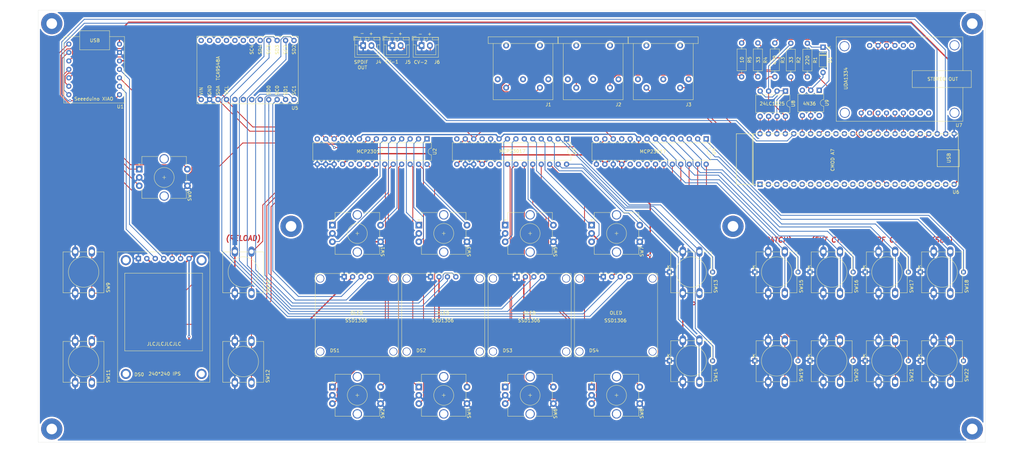
<source format=kicad_pcb>
(kicad_pcb (version 20171130) (host pcbnew "(5.1.9-0-10_14)")
  (layers (0 F.Cu signal) (31 B.Cu signal) (34 B.Paste user) (35 F.Paste user) (36 B.SilkS user) (37 F.SilkS user) (38 B.Mask user) (39 F.Mask user) (44 Edge.Cuts user))
  (net 0 "")
  (net 1 ENC1-A)
  (net 2 GND)
  (net 3 ENC1-B)
  (net 4 /SDA)
  (net 5 /SCL)
  (net 6 "Net-(U2-Pad14)")
  (net 7 "Net-(U2-Pad11)")
  (net 8 "Net-(U2-Pad20)")
  (net 9 "Net-(U2-Pad19)")
  (net 10 ENC1-S)
  (net 11 ENC2-A)
  (net 12 ENC2-B)
  (net 13 ENC2-S)
  (net 14 ENC3-A)
  (net 15 ENC3-B)
  (net 16 ENC3-S)
  (net 17 ENC4-A)
  (net 18 ENC4-B)
  (net 19 ENC4-S)
  (net 20 ENC5-A)
  (net 21 ENC5-B)
  (net 22 ENC5-S)
  (net 23 ENC6-A)
  (net 24 ENC6-B)
  (net 25 ENC6-S)
  (net 26 ENC7-A)
  (net 27 ENC7-B)
  (net 28 ENC7-S)
  (net 29 ENC8-A)
  (net 30 ENC8-B)
  (net 31 ENC8-S)
  (net 32 XIAO-TX)
  (net 33 XIAO-RX)
  (net 34 +3V3)
  (net 35 +5V)
  (net 36 "Net-(U3-Pad14)")
  (net 37 "Net-(U3-Pad11)")
  (net 38 "Net-(U3-Pad20)")
  (net 39 "Net-(U3-Pad19)")
  (net 40 "Net-(U4-Pad14)")
  (net 41 "Net-(U4-Pad11)")
  (net 42 "Net-(U4-Pad20)")
  (net 43 "Net-(U4-Pad19)")
  (net 44 "Net-(D1-Pad2)")
  (net 45 "Net-(D1-Pad1)")
  (net 46 "Net-(DS0-Pad6)")
  (net 47 "Net-(DS0-Pad5)")
  (net 48 "Net-(DS0-Pad4)")
  (net 49 "Net-(DS0-Pad3)")
  (net 50 SPDIF-OUT)
  (net 51 CV-INPUT-1)
  (net 52 CV-INPUT-2)
  (net 53 /ENC-A)
  (net 54 /ENC-B)
  (net 55 /ENC-S)
  (net 56 /BTN-MENU)
  (net 57 /BTN-SAVE)
  (net 58 /BTN-ESC)
  (net 59 /BTN-SHIFT)
  (net 60 LED-UP)
  (net 61 BTN-UP)
  (net 62 LED-DWN)
  (net 63 BTN-DWN)
  (net 64 LED-SC1)
  (net 65 BTN-SC1)
  (net 66 LED-SC2)
  (net 67 BTN-SC2)
  (net 68 LED-SC3)
  (net 69 BTN-SC3)
  (net 70 LED-SC4)
  (net 71 BTN-SC4)
  (net 72 LED-SC5)
  (net 73 BTN-SC5)
  (net 74 LED-SC6)
  (net 75 BTN-SC6)
  (net 76 LED-SC7)
  (net 77 BTN-SC7)
  (net 78 LED-SC8)
  (net 79 BTN-SC8)
  (net 80 "Net-(U5-Pad21)")
  (net 81 "Net-(U5-Pad20)")
  (net 82 "Net-(U5-Pad19)")
  (net 83 "Net-(U5-Pad18)")
  (net 84 "Net-(U5-Pad17)")
  (net 85 OLED4-SCL)
  (net 86 OLED4-SDA)
  (net 87 OLED3-SCL)
  (net 88 OLED3-SDA)
  (net 89 OLED2-SCL)
  (net 90 OLED2-SDA)
  (net 91 OLED1-SCL)
  (net 92 OLED1-SDA)
  (net 93 "Net-(U6-Pad1)")
  (net 94 "Net-(U6-Pad2)")
  (net 95 "Net-(U6-Pad3)")
  (net 96 "Net-(U6-Pad4)")
  (net 97 "Net-(J3-Pad5)")
  (net 98 "Net-(U6-Pad5)")
  (net 99 "Net-(R3-Pad2)")
  (net 100 "Net-(U6-Pad6)")
  (net 101 "Net-(U6-Pad30)")
  (net 102 "Net-(U6-Pad7)")
  (net 103 "Net-(U6-Pad31)")
  (net 104 "Net-(U6-Pad8)")
  (net 105 "Net-(U6-Pad32)")
  (net 106 "Net-(U6-Pad9)")
  (net 107 "Net-(U6-Pad33)")
  (net 108 "Net-(U6-Pad10)")
  (net 109 "Net-(U6-Pad34)")
  (net 110 "Net-(U6-Pad11)")
  (net 111 "Net-(U6-Pad35)")
  (net 112 "Net-(U6-Pad12)")
  (net 113 "Net-(R5-Pad2)")
  (net 114 "Net-(U6-Pad13)")
  (net 115 "Net-(U6-Pad37)")
  (net 116 "Net-(U6-Pad14)")
  (net 117 "Net-(U6-Pad38)")
  (net 118 "Net-(U6-Pad39)")
  (net 119 "Net-(U6-Pad40)")
  (net 120 "Net-(U6-Pad17)")
  (net 121 "Net-(R4-Pad2)")
  (net 122 "Net-(U6-Pad18)")
  (net 123 "Net-(R2-Pad2)")
  (net 124 "Net-(U6-Pad19)")
  (net 125 "Net-(U6-Pad43)")
  (net 126 "Net-(U6-Pad20)")
  (net 127 "Net-(U6-Pad21)")
  (net 128 "Net-(R2-Pad1)")
  (net 129 "Net-(U6-Pad22)")
  (net 130 "Net-(U6-Pad46)")
  (net 131 "Net-(U6-Pad23)")
  (net 132 "Net-(U6-Pad47)")
  (net 133 "Net-(U6-Pad48)")
  (net 134 "Net-(U9-Pad6)")
  (net 135 "Net-(U9-Pad3)")
  (net 136 "Net-(U7-Pad15)")
  (net 137 "Net-(U7-Pad11)")
  (net 138 "Net-(U7-Pad10)")
  (net 139 "Net-(U7-Pad9)")
  (net 140 "Net-(U7-Pad8)")
  (net 141 "Net-(U7-Pad7)")
  (net 142 "Net-(U7-Pad2)")
  (net 143 "Net-(U5-Pad24)")
  (net 144 "Net-(U5-Pad23)")
  (net 145 "Net-(U5-Pad22)")
  (net 146 "Net-(U5-Pad8)")
  (net 147 "Net-(U5-Pad7)")
  (net 148 "Net-(U5-Pad6)")
  (net 149 "Net-(U5-Pad5)")
  (net 150 "Net-(J1-Pad4)")
  (net 151 "Net-(J3-Pad4)")
  (net 152 "Net-(J2-Pad5)")
  (net 153 "Net-(J2-Pad4)")
  (net 154 "Net-(J1-Pad1)")
  (net 155 "Net-(J1-Pad2)")
  (net 156 "Net-(J1-Pad3)")
  (net 157 "Net-(J2-Pad1)")
  (net 158 "Net-(J2-Pad2)")
  (net 159 "Net-(J2-Pad3)")
  (net 160 "Net-(J3-Pad1)")
  (net 161 "Net-(J3-Pad2)")
  (net 162 "Net-(J3-Pad3)")
  (module MountingHole:MountingHole_3.2mm_M3_Pad_TopBottom (layer F.Cu) (at 215.1 85)
    (fp_text reference REF** hide)
    (fp_text value MountingHole_3.2mm_M3_Pad_TopBottom)
    (pad 1 connect circle (at 0 0) (size 6.4 6.4) (layers B.Cu B.Mask))
    (pad 1 connect circle (at 0 0) (size 6.4 6.4) (layers F.Cu F.Mask))
    (pad 1 thru_hole circle (at 0 0) (size 3.6 3.6) (drill 3.2) (layers *.Cu *.Mask))
  )
  (module MountingHole:MountingHole_3.2mm_M3_Pad_TopBottom (layer F.Cu) (at 82.1 85)
    (fp_text reference REF** hide)
    (fp_text value MountingHole_3.2mm_M3_Pad_TopBottom)
    (pad 1 thru_hole circle (at 0 0) (size 3.6 3.6) (drill 3.2) (layers *.Cu *.Mask))
    (pad 1 connect circle (at 0 0) (size 6.4 6.4) (layers F.Cu F.Mask))
    (pad 1 connect circle (at 0 0) (size 6.4 6.4) (layers B.Cu B.Mask))
  )
  (module MountingHole:MountingHole_3.2mm_M3_Pad_TopBottom (layer F.Cu) (at 287.1 146)
    (fp_text reference REF** hide)
    (fp_text value MountingHole_3.2mm_M3_Pad_TopBottom)
    (pad 1 connect circle (at 0 0) (size 6.4 6.4) (layers B.Cu B.Mask))
    (pad 1 connect circle (at 0 0) (size 6.4 6.4) (layers F.Cu F.Mask))
    (pad 1 thru_hole circle (at 0 0) (size 3.6 3.6) (drill 3.2) (layers *.Cu *.Mask))
  )
  (module MountingHole:MountingHole_3.2mm_M3_Pad_TopBottom (layer F.Cu) (at 287.1 24)
    (fp_text reference REF** hide)
    (fp_text value MountingHole_3.2mm_M3_Pad_TopBottom)
    (pad 1 connect circle (at 0 0) (size 6.4 6.4) (layers B.Cu B.Mask))
    (pad 1 connect circle (at 0 0) (size 6.4 6.4) (layers F.Cu F.Mask))
    (pad 1 thru_hole circle (at 0 0) (size 3.6 3.6) (drill 3.2) (layers *.Cu *.Mask))
  )
  (module MountingHole:MountingHole_3.2mm_M3_Pad_TopBottom (layer F.Cu) (at 10.1 24)
    (fp_text reference REF** hide)
    (fp_text value MountingHole_3.2mm_M3_Pad_TopBottom)
    (pad 1 connect circle (at 0 0) (size 6.4 6.4) (layers B.Cu B.Mask))
    (pad 1 connect circle (at 0 0) (size 6.4 6.4) (layers F.Cu F.Mask))
    (pad 1 thru_hole circle (at 0 0) (size 3.6 3.6) (drill 3.2) (layers *.Cu *.Mask))
  )
  (module MountingHole:MountingHole_3.2mm_M3_Pad_TopBottom (layer F.Cu) (at 10.1 146)
    (fp_text reference REF** hide)
    (fp_text value MountingHole_3.2mm_M3_Pad_TopBottom)
    (pad 1 connect circle (at 0 0) (size 6.4 6.4) (layers B.Cu B.Mask))
    (pad 1 connect circle (at 0 0) (size 6.4 6.4) (layers F.Cu F.Mask))
    (pad 1 thru_hole circle (at 0 0) (size 3.6 3.6) (drill 3.2) (layers *.Cu *.Mask))
  )
  (module xva1-ui:SW_PUSH_LED-12mm (layer F.Cu) (at 271.75 133.6)
    (fp_text reference SW22 (at 13.675 -3.82 270) (layer F.SilkS))
    (fp_text value SW_Push_LED)
    (fp_text user K (at -0.5 -9.6) (layer F.SilkS))
    (pad 4 thru_hole circle (at 12.725 -8.11 90) (size 1.524 1.524) (drill 0.762) (layers *.Cu *.Mask) (net 78 LED-SC8))
    (pad 3 thru_hole rect (at -0.275 -8.13 90) (size 1.524 1.524) (drill 0.762) (layers *.Cu *.Mask) (net 2 GND))
    (pad 2 thru_hole oval (at 8.75 -1.77 90) (size 3.048 1.85) (drill 1.3) (layers *.Cu *.Mask) (net 79 BTN-SC8))
    (pad 1 thru_hole oval (at 3.75 -1.77 90) (size 3.048 1.85) (drill 1.3) (layers *.Cu *.Mask) (net 2 GND))
    (pad 2 thru_hole oval (at 8.75 -14.27 90) (size 3.048 1.85) (drill 1.3) (layers *.Cu *.Mask) (net 79 BTN-SC8))
    (pad 1 thru_hole oval (at 3.75 -14.27 90) (size 3.048 1.85) (drill 1.3) (layers *.Cu *.Mask) (net 2 GND))
  )
  (module xva1-ui:SW_PUSH_LED-12mm (layer F.Cu) (at 271.75 106.885)
    (fp_text reference SW18 (at 13.675 -3.82 270) (layer F.SilkS))
    (fp_text value SW_Push_LED)
    (fp_text user K (at -0.5 -9.6) (layer F.SilkS))
    (pad 4 thru_hole circle (at 12.725 -8.11 90) (size 1.524 1.524) (drill 0.762) (layers *.Cu *.Mask) (net 70 LED-SC4))
    (pad 3 thru_hole rect (at -0.275 -8.13 90) (size 1.524 1.524) (drill 0.762) (layers *.Cu *.Mask) (net 2 GND))
    (pad 2 thru_hole oval (at 8.75 -1.77 90) (size 3.048 1.85) (drill 1.3) (layers *.Cu *.Mask) (net 71 BTN-SC4))
    (pad 1 thru_hole oval (at 3.75 -1.77 90) (size 3.048 1.85) (drill 1.3) (layers *.Cu *.Mask) (net 2 GND))
    (pad 2 thru_hole oval (at 8.75 -14.27 90) (size 3.048 1.85) (drill 1.3) (layers *.Cu *.Mask) (net 71 BTN-SC4))
    (pad 1 thru_hole oval (at 3.75 -14.27 90) (size 3.048 1.85) (drill 1.3) (layers *.Cu *.Mask) (net 2 GND))
  )
  (module xva1-ui:SW_PUSH_LED-12mm (layer F.Cu) (at 255.15 133.6)
    (fp_text reference SW21 (at 13.675 -3.82 270) (layer F.SilkS))
    (fp_text value SW_Push_LED)
    (fp_text user K (at -0.5 -9.6) (layer F.SilkS))
    (pad 4 thru_hole circle (at 12.725 -8.11 90) (size 1.524 1.524) (drill 0.762) (layers *.Cu *.Mask) (net 76 LED-SC7))
    (pad 3 thru_hole rect (at -0.275 -8.13 90) (size 1.524 1.524) (drill 0.762) (layers *.Cu *.Mask) (net 2 GND))
    (pad 2 thru_hole oval (at 8.75 -1.77 90) (size 3.048 1.85) (drill 1.3) (layers *.Cu *.Mask) (net 77 BTN-SC7))
    (pad 1 thru_hole oval (at 3.75 -1.77 90) (size 3.048 1.85) (drill 1.3) (layers *.Cu *.Mask) (net 2 GND))
    (pad 2 thru_hole oval (at 8.75 -14.27 90) (size 3.048 1.85) (drill 1.3) (layers *.Cu *.Mask) (net 77 BTN-SC7))
    (pad 1 thru_hole oval (at 3.75 -14.27 90) (size 3.048 1.85) (drill 1.3) (layers *.Cu *.Mask) (net 2 GND))
  )
  (module xva1-ui:SW_PUSH_LED-12mm (layer F.Cu) (at 238.55 133.6)
    (fp_text reference SW20 (at 13.675 -3.82 270) (layer F.SilkS))
    (fp_text value SW_Push_LED)
    (fp_text user K (at -0.5 -9.6) (layer F.SilkS))
    (pad 4 thru_hole circle (at 12.725 -8.11 90) (size 1.524 1.524) (drill 0.762) (layers *.Cu *.Mask) (net 74 LED-SC6))
    (pad 3 thru_hole rect (at -0.275 -8.13 90) (size 1.524 1.524) (drill 0.762) (layers *.Cu *.Mask) (net 2 GND))
    (pad 2 thru_hole oval (at 8.75 -1.77 90) (size 3.048 1.85) (drill 1.3) (layers *.Cu *.Mask) (net 75 BTN-SC6))
    (pad 1 thru_hole oval (at 3.75 -1.77 90) (size 3.048 1.85) (drill 1.3) (layers *.Cu *.Mask) (net 2 GND))
    (pad 2 thru_hole oval (at 8.75 -14.27 90) (size 3.048 1.85) (drill 1.3) (layers *.Cu *.Mask) (net 75 BTN-SC6))
    (pad 1 thru_hole oval (at 3.75 -14.27 90) (size 3.048 1.85) (drill 1.3) (layers *.Cu *.Mask) (net 2 GND))
  )
  (module xva1-ui:SW_PUSH_LED-12mm (layer F.Cu) (at 221.95 133.6)
    (fp_text reference SW19 (at 13.675 -3.82 270) (layer F.SilkS))
    (fp_text value SW_Push_LED)
    (fp_text user K (at -0.5 -9.6) (layer F.SilkS))
    (pad 4 thru_hole circle (at 12.725 -8.11 90) (size 1.524 1.524) (drill 0.762) (layers *.Cu *.Mask) (net 72 LED-SC5))
    (pad 3 thru_hole rect (at -0.275 -8.13 90) (size 1.524 1.524) (drill 0.762) (layers *.Cu *.Mask) (net 2 GND))
    (pad 2 thru_hole oval (at 8.75 -1.77 90) (size 3.048 1.85) (drill 1.3) (layers *.Cu *.Mask) (net 73 BTN-SC5))
    (pad 1 thru_hole oval (at 3.75 -1.77 90) (size 3.048 1.85) (drill 1.3) (layers *.Cu *.Mask) (net 2 GND))
    (pad 2 thru_hole oval (at 8.75 -14.27 90) (size 3.048 1.85) (drill 1.3) (layers *.Cu *.Mask) (net 73 BTN-SC5))
    (pad 1 thru_hole oval (at 3.75 -14.27 90) (size 3.048 1.85) (drill 1.3) (layers *.Cu *.Mask) (net 2 GND))
  )
  (module xva1-ui:SW_PUSH_LED-12mm (layer F.Cu) (at 255.15 106.885)
    (fp_text reference SW17 (at 13.675 -3.82 270) (layer F.SilkS))
    (fp_text value SW_Push_LED)
    (fp_text user K (at -0.5 -9.6) (layer F.SilkS))
    (pad 4 thru_hole circle (at 12.725 -8.11 90) (size 1.524 1.524) (drill 0.762) (layers *.Cu *.Mask) (net 68 LED-SC3))
    (pad 3 thru_hole rect (at -0.275 -8.13 90) (size 1.524 1.524) (drill 0.762) (layers *.Cu *.Mask) (net 2 GND))
    (pad 2 thru_hole oval (at 8.75 -1.77 90) (size 3.048 1.85) (drill 1.3) (layers *.Cu *.Mask) (net 69 BTN-SC3))
    (pad 1 thru_hole oval (at 3.75 -1.77 90) (size 3.048 1.85) (drill 1.3) (layers *.Cu *.Mask) (net 2 GND))
    (pad 2 thru_hole oval (at 8.75 -14.27 90) (size 3.048 1.85) (drill 1.3) (layers *.Cu *.Mask) (net 69 BTN-SC3))
    (pad 1 thru_hole oval (at 3.75 -14.27 90) (size 3.048 1.85) (drill 1.3) (layers *.Cu *.Mask) (net 2 GND))
  )
  (module xva1-ui:SW_PUSH_LED-12mm (layer F.Cu) (at 238.55 106.885)
    (fp_text reference SW16 (at 13.675 -3.82 270) (layer F.SilkS))
    (fp_text value SW_Push_LED)
    (fp_text user K (at -0.5 -9.6) (layer F.SilkS))
    (pad 4 thru_hole circle (at 12.725 -8.11 90) (size 1.524 1.524) (drill 0.762) (layers *.Cu *.Mask) (net 66 LED-SC2))
    (pad 3 thru_hole rect (at -0.275 -8.13 90) (size 1.524 1.524) (drill 0.762) (layers *.Cu *.Mask) (net 2 GND))
    (pad 2 thru_hole oval (at 8.75 -1.77 90) (size 3.048 1.85) (drill 1.3) (layers *.Cu *.Mask) (net 67 BTN-SC2))
    (pad 1 thru_hole oval (at 3.75 -1.77 90) (size 3.048 1.85) (drill 1.3) (layers *.Cu *.Mask) (net 2 GND))
    (pad 2 thru_hole oval (at 8.75 -14.27 90) (size 3.048 1.85) (drill 1.3) (layers *.Cu *.Mask) (net 67 BTN-SC2))
    (pad 1 thru_hole oval (at 3.75 -14.27 90) (size 3.048 1.85) (drill 1.3) (layers *.Cu *.Mask) (net 2 GND))
  )
  (module xva1-ui:SW_PUSH_LED-12mm (layer F.Cu) (at 221.95 106.885)
    (fp_text reference SW15 (at 13.675 -3.82 270) (layer F.SilkS))
    (fp_text value SW_Push_LED)
    (fp_text user K (at -0.5 -9.6) (layer F.SilkS))
    (pad 4 thru_hole circle (at 12.725 -8.11 90) (size 1.524 1.524) (drill 0.762) (layers *.Cu *.Mask) (net 64 LED-SC1))
    (pad 3 thru_hole rect (at -0.275 -8.13 90) (size 1.524 1.524) (drill 0.762) (layers *.Cu *.Mask) (net 2 GND))
    (pad 2 thru_hole oval (at 8.75 -1.77 90) (size 3.048 1.85) (drill 1.3) (layers *.Cu *.Mask) (net 65 BTN-SC1))
    (pad 1 thru_hole oval (at 3.75 -1.77 90) (size 3.048 1.85) (drill 1.3) (layers *.Cu *.Mask) (net 2 GND))
    (pad 2 thru_hole oval (at 8.75 -14.27 90) (size 3.048 1.85) (drill 1.3) (layers *.Cu *.Mask) (net 65 BTN-SC1))
    (pad 1 thru_hole oval (at 3.75 -14.27 90) (size 3.048 1.85) (drill 1.3) (layers *.Cu *.Mask) (net 2 GND))
  )
  (module xva1-ui:SW_PUSH_LED-12mm (layer F.Cu) (at 196.25 133.6)
    (fp_text reference SW14 (at 13.675 -3.82 270) (layer F.SilkS))
    (fp_text value SW_Push_LED)
    (fp_text user K (at -0.5 -9.6) (layer F.SilkS))
    (pad 4 thru_hole circle (at 12.725 -8.11 90) (size 1.524 1.524) (drill 0.762) (layers *.Cu *.Mask) (net 62 LED-DWN))
    (pad 3 thru_hole rect (at -0.275 -8.13 90) (size 1.524 1.524) (drill 0.762) (layers *.Cu *.Mask) (net 2 GND))
    (pad 2 thru_hole oval (at 8.75 -1.77 90) (size 3.048 1.85) (drill 1.3) (layers *.Cu *.Mask) (net 63 BTN-DWN))
    (pad 1 thru_hole oval (at 3.75 -1.77 90) (size 3.048 1.85) (drill 1.3) (layers *.Cu *.Mask) (net 2 GND))
    (pad 2 thru_hole oval (at 8.75 -14.27 90) (size 3.048 1.85) (drill 1.3) (layers *.Cu *.Mask) (net 63 BTN-DWN))
    (pad 1 thru_hole oval (at 3.75 -14.27 90) (size 3.048 1.85) (drill 1.3) (layers *.Cu *.Mask) (net 2 GND))
  )
  (module xva1-ui:SW_PUSH_LED-12mm (layer F.Cu) (at 196.25 106.885)
    (fp_text reference SW13 (at 13.675 -3.82 270) (layer F.SilkS))
    (fp_text value SW_Push_LED)
    (fp_text user K (at -0.5 -9.6) (layer F.SilkS))
    (pad 4 thru_hole circle (at 12.725 -8.11 90) (size 1.524 1.524) (drill 0.762) (layers *.Cu *.Mask) (net 60 LED-UP))
    (pad 3 thru_hole rect (at -0.275 -8.13 90) (size 1.524 1.524) (drill 0.762) (layers *.Cu *.Mask) (net 2 GND))
    (pad 2 thru_hole oval (at 8.75 -1.77 90) (size 3.048 1.85) (drill 1.3) (layers *.Cu *.Mask) (net 61 BTN-UP))
    (pad 1 thru_hole oval (at 3.75 -1.77 90) (size 3.048 1.85) (drill 1.3) (layers *.Cu *.Mask) (net 2 GND))
    (pad 2 thru_hole oval (at 8.75 -14.27 90) (size 3.048 1.85) (drill 1.3) (layers *.Cu *.Mask) (net 61 BTN-UP))
    (pad 1 thru_hole oval (at 3.75 -14.27 90) (size 3.048 1.85) (drill 1.3) (layers *.Cu *.Mask) (net 2 GND))
  )
  (module Rotary_Encoder:RotaryEncoder_Alps_EC12E-Switch_Vertical_H20mm_CircularMountingHoles (layer F.Cu) (at 172.555 133.35)
    (fp_text reference SW8 (at 15.1 8 90) (layer F.SilkS))
    (fp_text value "Rotary Encoder")
    (pad A thru_hole rect (at 0 0) (size 2 2) (drill 1) (layers *.Cu *.Mask) (net 29 ENC8-A))
    (pad C thru_hole circle (at 0 2.5) (size 2 2) (drill 1) (layers *.Cu *.Mask) (net 2 GND))
    (pad B thru_hole circle (at 0 5) (size 2 2) (drill 1) (layers *.Cu *.Mask) (net 30 ENC8-B))
    (pad MP thru_hole circle (at 7.5 -3.1) (size 2.8 2.8) (drill 2.2) (layers *.Cu *.Mask))
    (pad MP thru_hole circle (at 7.5 8.1) (size 2.8 2.8) (drill 2.2) (layers *.Cu *.Mask))
    (pad S1 thru_hole circle (at 14.5 0) (size 2 2) (drill 1) (layers *.Cu *.Mask) (net 31 ENC8-S))
    (pad S2 thru_hole circle (at 14.5 5) (size 2 2) (drill 1) (layers *.Cu *.Mask) (net 2 GND))
  )
  (module Rotary_Encoder:RotaryEncoder_Alps_EC12E-Switch_Vertical_H20mm_CircularMountingHoles (layer F.Cu) (at 146.555 133.35)
    (fp_text reference SW6 (at 15.1 8 90) (layer F.SilkS))
    (fp_text value "Rotary Encoder")
    (pad A thru_hole rect (at 0 0) (size 2 2) (drill 1) (layers *.Cu *.Mask) (net 23 ENC6-A))
    (pad C thru_hole circle (at 0 2.5) (size 2 2) (drill 1) (layers *.Cu *.Mask) (net 2 GND))
    (pad B thru_hole circle (at 0 5) (size 2 2) (drill 1) (layers *.Cu *.Mask) (net 24 ENC6-B))
    (pad MP thru_hole circle (at 7.5 -3.1) (size 2.8 2.8) (drill 2.2) (layers *.Cu *.Mask))
    (pad MP thru_hole circle (at 7.5 8.1) (size 2.8 2.8) (drill 2.2) (layers *.Cu *.Mask))
    (pad S1 thru_hole circle (at 14.5 0) (size 2 2) (drill 1) (layers *.Cu *.Mask) (net 25 ENC6-S))
    (pad S2 thru_hole circle (at 14.5 5) (size 2 2) (drill 1) (layers *.Cu *.Mask) (net 2 GND))
  )
  (module Rotary_Encoder:RotaryEncoder_Alps_EC12E-Switch_Vertical_H20mm_CircularMountingHoles (layer F.Cu) (at 120.555 133.35)
    (fp_text reference SW4 (at 15.145 7.95 90) (layer F.SilkS))
    (fp_text value "Rotary Encoder")
    (pad A thru_hole rect (at 0 0) (size 2 2) (drill 1) (layers *.Cu *.Mask) (net 17 ENC4-A))
    (pad C thru_hole circle (at 0 2.5) (size 2 2) (drill 1) (layers *.Cu *.Mask) (net 2 GND))
    (pad B thru_hole circle (at 0 5) (size 2 2) (drill 1) (layers *.Cu *.Mask) (net 18 ENC4-B))
    (pad MP thru_hole circle (at 7.5 -3.1) (size 2.8 2.8) (drill 2.2) (layers *.Cu *.Mask))
    (pad MP thru_hole circle (at 7.5 8.1) (size 2.8 2.8) (drill 2.2) (layers *.Cu *.Mask))
    (pad S1 thru_hole circle (at 14.5 0) (size 2 2) (drill 1) (layers *.Cu *.Mask) (net 19 ENC4-S))
    (pad S2 thru_hole circle (at 14.5 5) (size 2 2) (drill 1) (layers *.Cu *.Mask) (net 2 GND))
  )
  (module Rotary_Encoder:RotaryEncoder_Alps_EC12E-Switch_Vertical_H20mm_CircularMountingHoles (layer F.Cu) (at 94.555 133.35)
    (fp_text reference SW2 (at 15.1 8 90) (layer F.SilkS))
    (fp_text value "Rotary Encoder")
    (pad A thru_hole rect (at 0 0) (size 2 2) (drill 1) (layers *.Cu *.Mask) (net 11 ENC2-A))
    (pad C thru_hole circle (at 0 2.5) (size 2 2) (drill 1) (layers *.Cu *.Mask) (net 2 GND))
    (pad B thru_hole circle (at 0 5) (size 2 2) (drill 1) (layers *.Cu *.Mask) (net 12 ENC2-B))
    (pad MP thru_hole circle (at 7.5 -3.1) (size 2.8 2.8) (drill 2.2) (layers *.Cu *.Mask))
    (pad MP thru_hole circle (at 7.5 8.1) (size 2.8 2.8) (drill 2.2) (layers *.Cu *.Mask))
    (pad S1 thru_hole circle (at 14.5 0) (size 2 2) (drill 1) (layers *.Cu *.Mask) (net 13 ENC2-S))
    (pad S2 thru_hole circle (at 14.5 5) (size 2 2) (drill 1) (layers *.Cu *.Mask) (net 2 GND))
  )
  (module Rotary_Encoder:RotaryEncoder_Alps_EC12E-Switch_Vertical_H20mm_CircularMountingHoles (layer F.Cu) (at 172.555 84.65)
    (fp_text reference SW7 (at 15.1 8 90) (layer F.SilkS))
    (fp_text value "Rotary Encoder")
    (pad A thru_hole rect (at 0 0) (size 2 2) (drill 1) (layers *.Cu *.Mask) (net 26 ENC7-A))
    (pad C thru_hole circle (at 0 2.5) (size 2 2) (drill 1) (layers *.Cu *.Mask) (net 2 GND))
    (pad B thru_hole circle (at 0 5) (size 2 2) (drill 1) (layers *.Cu *.Mask) (net 27 ENC7-B))
    (pad MP thru_hole circle (at 7.5 -3.1) (size 2.8 2.8) (drill 2.2) (layers *.Cu *.Mask))
    (pad MP thru_hole circle (at 7.5 8.1) (size 2.8 2.8) (drill 2.2) (layers *.Cu *.Mask))
    (pad S1 thru_hole circle (at 14.5 0) (size 2 2) (drill 1) (layers *.Cu *.Mask) (net 28 ENC7-S))
    (pad S2 thru_hole circle (at 14.5 5) (size 2 2) (drill 1) (layers *.Cu *.Mask) (net 2 GND))
  )
  (module Rotary_Encoder:RotaryEncoder_Alps_EC12E-Switch_Vertical_H20mm_CircularMountingHoles (layer F.Cu) (at 146.555 84.65)
    (fp_text reference SW5 (at 15.1 8 90) (layer F.SilkS))
    (fp_text value "Rotary Encoder")
    (pad A thru_hole rect (at 0 0) (size 2 2) (drill 1) (layers *.Cu *.Mask) (net 20 ENC5-A))
    (pad C thru_hole circle (at 0 2.5) (size 2 2) (drill 1) (layers *.Cu *.Mask) (net 2 GND))
    (pad B thru_hole circle (at 0 5) (size 2 2) (drill 1) (layers *.Cu *.Mask) (net 21 ENC5-B))
    (pad MP thru_hole circle (at 7.5 -3.1) (size 2.8 2.8) (drill 2.2) (layers *.Cu *.Mask))
    (pad MP thru_hole circle (at 7.5 8.1) (size 2.8 2.8) (drill 2.2) (layers *.Cu *.Mask))
    (pad S1 thru_hole circle (at 14.5 0) (size 2 2) (drill 1) (layers *.Cu *.Mask) (net 22 ENC5-S))
    (pad S2 thru_hole circle (at 14.5 5) (size 2 2) (drill 1) (layers *.Cu *.Mask) (net 2 GND))
  )
  (module Rotary_Encoder:RotaryEncoder_Alps_EC12E-Switch_Vertical_H20mm_CircularMountingHoles (layer F.Cu) (at 120.555 84.65)
    (fp_text reference SW3 (at 15.1 8 90) (layer F.SilkS))
    (fp_text value "Rotary Encoder")
    (pad A thru_hole rect (at 0 0) (size 2 2) (drill 1) (layers *.Cu *.Mask) (net 14 ENC3-A))
    (pad C thru_hole circle (at 0 2.5) (size 2 2) (drill 1) (layers *.Cu *.Mask) (net 2 GND))
    (pad B thru_hole circle (at 0 5) (size 2 2) (drill 1) (layers *.Cu *.Mask) (net 15 ENC3-B))
    (pad MP thru_hole circle (at 7.5 -3.1) (size 2.8 2.8) (drill 2.2) (layers *.Cu *.Mask))
    (pad MP thru_hole circle (at 7.5 8.1) (size 2.8 2.8) (drill 2.2) (layers *.Cu *.Mask))
    (pad S1 thru_hole circle (at 14.5 0) (size 2 2) (drill 1) (layers *.Cu *.Mask) (net 16 ENC3-S))
    (pad S2 thru_hole circle (at 14.5 5) (size 2 2) (drill 1) (layers *.Cu *.Mask) (net 2 GND))
  )
  (module Rotary_Encoder:RotaryEncoder_Alps_EC12E-Switch_Vertical_H20mm_CircularMountingHoles (layer F.Cu) (at 94.555 84.65)
    (fp_text reference SW1 (at 15.145 7.95 270) (layer F.SilkS))
    (fp_text value "Rotary Encoder")
    (pad A thru_hole rect (at 0 0) (size 2 2) (drill 1) (layers *.Cu *.Mask) (net 1 ENC1-A))
    (pad C thru_hole circle (at 0 2.5) (size 2 2) (drill 1) (layers *.Cu *.Mask) (net 2 GND))
    (pad B thru_hole circle (at 0 5) (size 2 2) (drill 1) (layers *.Cu *.Mask) (net 3 ENC1-B))
    (pad MP thru_hole circle (at 7.5 -3.1) (size 2.8 2.8) (drill 2.2) (layers *.Cu *.Mask))
    (pad MP thru_hole circle (at 7.5 8.1) (size 2.8 2.8) (drill 2.2) (layers *.Cu *.Mask))
    (pad S1 thru_hole circle (at 14.5 0) (size 2 2) (drill 1) (layers *.Cu *.Mask) (net 10 ENC1-S))
    (pad S2 thru_hole circle (at 14.5 5) (size 2 2) (drill 1) (layers *.Cu *.Mask) (net 2 GND))
  )
  (module Resistor_THT:R_Axial_DIN0207_L6.3mm_D2.5mm_P10.16mm_Horizontal (layer F.Cu) (at 232.5 29.9 270)
    (fp_text reference R2 (at 5.08 -2.37 90) (layer F.SilkS))
    (fp_text value 470 (at 5.08 4.8 90) (layer F.SilkS))
    (pad 2 thru_hole oval (at 10.16 0 270) (size 1.6 1.6) (drill 0.8) (layers *.Cu *.Mask) (net 123 "Net-(R2-Pad2)"))
    (pad 1 thru_hole circle (at 0 0 270) (size 1.6 1.6) (drill 0.8) (layers *.Cu *.Mask) (net 128 "Net-(R2-Pad1)"))
  )
  (module Rotary_Encoder:RotaryEncoder_Alps_EC12E-Switch_Vertical_H20mm_CircularMountingHoles (layer F.Cu) (at 36.424999 67.8)
    (fp_text reference SW0 (at 15.175001 8.1 270) (layer F.SilkS))
    (fp_text value "Rotary Encoder")
    (pad A thru_hole rect (at 0 0) (size 2 2) (drill 1) (layers *.Cu *.Mask) (net 53 /ENC-A))
    (pad C thru_hole circle (at 0 2.5) (size 2 2) (drill 1) (layers *.Cu *.Mask) (net 2 GND))
    (pad B thru_hole circle (at 0 5) (size 2 2) (drill 1) (layers *.Cu *.Mask) (net 54 /ENC-B))
    (pad MP thru_hole circle (at 7.5 -3.1) (size 2.8 2.8) (drill 2.2) (layers *.Cu *.Mask))
    (pad MP thru_hole circle (at 7.5 8.1) (size 2.8 2.8) (drill 2.2) (layers *.Cu *.Mask))
    (pad S1 thru_hole circle (at 14.5 0) (size 2 2) (drill 1) (layers *.Cu *.Mask) (net 55 /ENC-S))
    (pad S2 thru_hole circle (at 14.5 5) (size 2 2) (drill 1) (layers *.Cu *.Mask) (net 2 GND))
  )
  (module xva1-ui:MIDI_CONNECTOR_PCB (layer F.Cu) (at 204.62 27.989999 180)
    (fp_text reference J3 (at 2.88 -20.38) (layer F.SilkS))
    (fp_text value DIN-5_180degree)
    (pad 1 thru_hole circle (at 2.88 -12.76 180) (size 1.8 1.8) (drill 0.9) (layers *.Cu *.Mask) (net 160 "Net-(J3-Pad1)"))
    (pad 2 thru_hole circle (at 10.5 -12.76 180) (size 1.8 1.8) (drill 0.9) (layers *.Cu *.Mask) (net 161 "Net-(J3-Pad2)"))
    (pad 3 thru_hole circle (at 18.12 -12.76 180) (size 1.8 1.8) (drill 0.9) (layers *.Cu *.Mask) (net 162 "Net-(J3-Pad3)"))
    (pad 5 thru_hole circle (at 15.58 -15.3 180) (size 1.8 1.8) (drill 0.9) (layers *.Cu *.Mask) (net 97 "Net-(J3-Pad5)"))
    (pad 4 thru_hole circle (at 5.42 -15.3 180) (size 1.8 1.8) (drill 0.9) (layers *.Cu *.Mask) (net 151 "Net-(J3-Pad4)"))
    (pad ~ thru_hole circle (at 15.58 -2.6 180) (size 1.8 1.8) (drill 0.9) (layers *.Cu *.Mask))
    (pad ~ thru_hole circle (at 5.42 -2.6 180) (size 1.8 1.8) (drill 0.9) (layers *.Cu *.Mask))
  )
  (module xva1-ui:MIDI_CONNECTOR_PCB (layer F.Cu) (at 183.52 27.989999 180)
    (fp_text reference J2 (at 2.88 -20.38) (layer F.SilkS))
    (fp_text value DIN-5_180degree)
    (pad 1 thru_hole circle (at 2.88 -12.76 180) (size 1.8 1.8) (drill 0.9) (layers *.Cu *.Mask) (net 157 "Net-(J2-Pad1)"))
    (pad 2 thru_hole circle (at 10.5 -12.76 180) (size 1.8 1.8) (drill 0.9) (layers *.Cu *.Mask) (net 158 "Net-(J2-Pad2)"))
    (pad 3 thru_hole circle (at 18.12 -12.76 180) (size 1.8 1.8) (drill 0.9) (layers *.Cu *.Mask) (net 159 "Net-(J2-Pad3)"))
    (pad 5 thru_hole circle (at 15.58 -15.3 180) (size 1.8 1.8) (drill 0.9) (layers *.Cu *.Mask) (net 152 "Net-(J2-Pad5)"))
    (pad 4 thru_hole circle (at 5.42 -15.3 180) (size 1.8 1.8) (drill 0.9) (layers *.Cu *.Mask) (net 153 "Net-(J2-Pad4)"))
    (pad ~ thru_hole circle (at 15.58 -2.6 180) (size 1.8 1.8) (drill 0.9) (layers *.Cu *.Mask))
    (pad ~ thru_hole circle (at 5.42 -2.6 180) (size 1.8 1.8) (drill 0.9) (layers *.Cu *.Mask))
  )
  (module xva1-ui:MIDI_CONNECTOR_PCB (layer F.Cu) (at 162.42 27.989999 180)
    (fp_text reference J1 (at 2.88 -20.38) (layer F.SilkS))
    (fp_text value DIN-5_180degree)
    (pad 1 thru_hole circle (at 2.88 -12.76 180) (size 1.8 1.8) (drill 0.9) (layers *.Cu *.Mask) (net 154 "Net-(J1-Pad1)"))
    (pad 2 thru_hole circle (at 10.5 -12.76 180) (size 1.8 1.8) (drill 0.9) (layers *.Cu *.Mask) (net 155 "Net-(J1-Pad2)"))
    (pad 3 thru_hole circle (at 18.12 -12.76 180) (size 1.8 1.8) (drill 0.9) (layers *.Cu *.Mask) (net 156 "Net-(J1-Pad3)"))
    (pad 5 thru_hole circle (at 15.58 -15.3 180) (size 1.8 1.8) (drill 0.9) (layers *.Cu *.Mask) (net 44 "Net-(D1-Pad2)"))
    (pad 4 thru_hole circle (at 5.42 -15.3 180) (size 1.8 1.8) (drill 0.9) (layers *.Cu *.Mask) (net 150 "Net-(J1-Pad4)"))
    (pad ~ thru_hole circle (at 15.58 -2.6 180) (size 1.8 1.8) (drill 0.9) (layers *.Cu *.Mask))
    (pad ~ thru_hole circle (at 5.42 -2.6 180) (size 1.8 1.8) (drill 0.9) (layers *.Cu *.Mask))
  )
  (module Resistor_THT:R_Axial_DIN0207_L6.3mm_D2.5mm_P10.16mm_Horizontal (layer F.Cu) (at 217.7 40 90)
    (fp_text reference R5 (at 5.1 2.4 90) (layer F.SilkS))
    (fp_text value 10 (at 5.1 0.1 90) (layer F.SilkS))
    (pad 2 thru_hole oval (at 10.16 0 90) (size 1.6 1.6) (drill 0.8) (layers *.Cu *.Mask) (net 113 "Net-(R5-Pad2)"))
    (pad 1 thru_hole circle (at 0 0 90) (size 1.6 1.6) (drill 0.8) (layers *.Cu *.Mask) (net 153 "Net-(J2-Pad4)"))
  )
  (module Resistor_THT:R_Axial_DIN0207_L6.3mm_D2.5mm_P10.16mm_Horizontal (layer F.Cu) (at 222.6 40 90)
    (fp_text reference R4 (at 5 2.3 90) (layer F.SilkS))
    (fp_text value 33 (at 5.08 0.1 90) (layer F.SilkS))
    (pad 2 thru_hole oval (at 10.16 0 90) (size 1.6 1.6) (drill 0.8) (layers *.Cu *.Mask) (net 121 "Net-(R4-Pad2)"))
    (pad 1 thru_hole circle (at 0 0 90) (size 1.6 1.6) (drill 0.8) (layers *.Cu *.Mask) (net 152 "Net-(J2-Pad5)"))
  )
  (module Resistor_THT:R_Axial_DIN0207_L6.3mm_D2.5mm_P10.16mm_Horizontal (layer F.Cu) (at 227.7 40 90)
    (fp_text reference R3 (at 5 2.4 90) (layer F.SilkS))
    (fp_text value 33 (at 5.08 4.9 90) (layer F.SilkS))
    (pad 2 thru_hole oval (at 10.16 0 90) (size 1.6 1.6) (drill 0.8) (layers *.Cu *.Mask) (net 99 "Net-(R3-Pad2)"))
    (pad 1 thru_hole circle (at 0 0 90) (size 1.6 1.6) (drill 0.8) (layers *.Cu *.Mask) (net 151 "Net-(J3-Pad4)"))
  )
  (module Resistor_THT:R_Axial_DIN0207_L6.3mm_D2.5mm_P10.16mm_Horizontal (layer F.Cu) (at 237.5 29.9 270)
    (fp_text reference R1 (at 5.08 -2.37 90) (layer F.SilkS))
    (fp_text value 220 (at 5.1 0 90) (layer F.SilkS))
    (pad 2 thru_hole oval (at 10.16 0 270) (size 1.6 1.6) (drill 0.8) (layers *.Cu *.Mask) (net 150 "Net-(J1-Pad4)"))
    (pad 1 thru_hole circle (at 0 0 270) (size 1.6 1.6) (drill 0.8) (layers *.Cu *.Mask) (net 45 "Net-(D1-Pad1)"))
  )
  (module xva1-ui:SSD1306 (layer F.Cu) (at 167.4 124.2)
    (fp_text reference DS4 (at 5.87 -1.82) (layer F.SilkS))
    (fp_text value SSD1306)
    (fp_text user SSD1306 (at 12.33 -10.84) (layer F.SilkS))
    (fp_text user OLED (at 12.48 -13.13) (layer F.SilkS))
    (pad ~ thru_hole circle (at 23.5 -1.5) (size 2.4 2.4) (drill 2) (layers *.Cu *.Mask))
    (pad ~ thru_hole circle (at 23.5 -23.5) (size 2.4 2.4) (drill 2) (layers *.Cu *.Mask))
    (pad 1 thru_hole rect (at 8.69 -24) (size 1.6 1.6) (drill 0.8) (layers *.Cu *.Mask) (net 2 GND))
    (pad 2 thru_hole circle (at 11.23 -24) (size 1.6 1.6) (drill 0.8) (layers *.Cu *.Mask) (net 34 +3V3))
    (pad 3 thru_hole circle (at 13.77 -24) (size 1.6 1.6) (drill 0.8) (layers *.Cu *.Mask) (net 85 OLED4-SCL))
    (pad 4 thru_hole circle (at 16.31 -24) (size 1.6 1.6) (drill 0.8) (layers *.Cu *.Mask) (net 86 OLED4-SDA))
    (pad ~ thru_hole circle (at 1.5 -1.5) (size 2.4 2.4) (drill 2) (layers *.Cu *.Mask))
    (pad ~ thru_hole circle (at 1.5 -23.5) (size 2.4 2.4) (drill 2) (layers *.Cu *.Mask))
  )
  (module xva1-ui:SSD1306 (layer F.Cu) (at 141.4 124.2)
    (fp_text reference DS3 (at 5.87 -1.82) (layer F.SilkS))
    (fp_text value SSD1306)
    (fp_text user SSD1306 (at 12.33 -10.84) (layer F.SilkS))
    (fp_text user OLED (at 12.48 -13.13) (layer F.SilkS))
    (pad ~ thru_hole circle (at 23.5 -1.5) (size 2.4 2.4) (drill 2) (layers *.Cu *.Mask))
    (pad ~ thru_hole circle (at 23.5 -23.5) (size 2.4 2.4) (drill 2) (layers *.Cu *.Mask))
    (pad 1 thru_hole rect (at 8.69 -24) (size 1.6 1.6) (drill 0.8) (layers *.Cu *.Mask) (net 2 GND))
    (pad 2 thru_hole circle (at 11.23 -24) (size 1.6 1.6) (drill 0.8) (layers *.Cu *.Mask) (net 34 +3V3))
    (pad 3 thru_hole circle (at 13.77 -24) (size 1.6 1.6) (drill 0.8) (layers *.Cu *.Mask) (net 87 OLED3-SCL))
    (pad 4 thru_hole circle (at 16.31 -24) (size 1.6 1.6) (drill 0.8) (layers *.Cu *.Mask) (net 88 OLED3-SDA))
    (pad ~ thru_hole circle (at 1.5 -1.5) (size 2.4 2.4) (drill 2) (layers *.Cu *.Mask))
    (pad ~ thru_hole circle (at 1.5 -23.5) (size 2.4 2.4) (drill 2) (layers *.Cu *.Mask))
  )
  (module xva1-ui:SSD1306 (layer F.Cu) (at 115.4 124.2)
    (fp_text reference DS2 (at 5.87 -1.82) (layer F.SilkS))
    (fp_text value SSD1306)
    (fp_text user SSD1306 (at 12.33 -10.84) (layer F.SilkS))
    (fp_text user OLED (at 12.48 -13.13) (layer F.SilkS))
    (pad ~ thru_hole circle (at 23.5 -1.5) (size 2.4 2.4) (drill 2) (layers *.Cu *.Mask))
    (pad ~ thru_hole circle (at 23.5 -23.5) (size 2.4 2.4) (drill 2) (layers *.Cu *.Mask))
    (pad 1 thru_hole rect (at 8.69 -24) (size 1.6 1.6) (drill 0.8) (layers *.Cu *.Mask) (net 2 GND))
    (pad 2 thru_hole circle (at 11.23 -24) (size 1.6 1.6) (drill 0.8) (layers *.Cu *.Mask) (net 34 +3V3))
    (pad 3 thru_hole circle (at 13.77 -24) (size 1.6 1.6) (drill 0.8) (layers *.Cu *.Mask) (net 89 OLED2-SCL))
    (pad 4 thru_hole circle (at 16.31 -24) (size 1.6 1.6) (drill 0.8) (layers *.Cu *.Mask) (net 90 OLED2-SDA))
    (pad ~ thru_hole circle (at 1.5 -1.5) (size 2.4 2.4) (drill 2) (layers *.Cu *.Mask))
    (pad ~ thru_hole circle (at 1.5 -23.5) (size 2.4 2.4) (drill 2) (layers *.Cu *.Mask))
  )
  (module xva1-ui:SSD1306 (layer F.Cu) (at 89.4 124.2)
    (fp_text reference DS1 (at 5.87 -1.82) (layer F.SilkS))
    (fp_text value SSD1306)
    (fp_text user SSD1306 (at 12.33 -10.84) (layer F.SilkS))
    (fp_text user OLED (at 12.48 -13.13) (layer F.SilkS))
    (pad ~ thru_hole circle (at 23.5 -1.5) (size 2.4 2.4) (drill 2) (layers *.Cu *.Mask))
    (pad ~ thru_hole circle (at 23.5 -23.5) (size 2.4 2.4) (drill 2) (layers *.Cu *.Mask))
    (pad 1 thru_hole rect (at 8.69 -24) (size 1.6 1.6) (drill 0.8) (layers *.Cu *.Mask) (net 2 GND))
    (pad 2 thru_hole circle (at 11.23 -24) (size 1.6 1.6) (drill 0.8) (layers *.Cu *.Mask) (net 34 +3V3))
    (pad 3 thru_hole circle (at 13.77 -24) (size 1.6 1.6) (drill 0.8) (layers *.Cu *.Mask) (net 91 OLED1-SCL))
    (pad 4 thru_hole circle (at 16.31 -24) (size 1.6 1.6) (drill 0.8) (layers *.Cu *.Mask) (net 92 OLED1-SDA))
    (pad ~ thru_hole circle (at 1.5 -1.5) (size 2.4 2.4) (drill 2) (layers *.Cu *.Mask))
    (pad ~ thru_hole circle (at 1.5 -23.5) (size 2.4 2.4) (drill 2) (layers *.Cu *.Mask))
  )
  (module xva1-ui:TCA9548A_BREAKOUT (layer F.Cu) (at 83 46.85 90)
    (fp_text reference U5 (at -2.55 0.25 180) (layer F.SilkS))
    (fp_text value TCA9548A)
    (fp_text user SC4 (at 14.986 -12.7 90) (layer F.SilkS))
    (fp_text user SD4 (at 14.986 -10.16 90) (layer F.SilkS))
    (fp_text user SC3 (at 14.986 -7.62 90) (layer F.SilkS))
    (fp_text user SD3 (at 14.986 -5.08 90) (layer F.SilkS))
    (fp_text user SC2 (at 14.986 -2.54 90) (layer F.SilkS))
    (fp_text user SD2 (at 14.986 0 90) (layer F.SilkS))
    (fp_text user SC1 (at 2.794 0 90) (layer F.SilkS))
    (fp_text user SD1 (at 2.794 -2.54 90) (layer F.SilkS))
    (fp_text user SC0 (at 2.794 -5.08 90) (layer F.SilkS))
    (fp_text user SD0 (at 2.794 -7.62 90) (layer F.SilkS))
    (fp_text user SCL (at 2.794 -20.32 90) (layer F.SilkS))
    (fp_text user SDA (at 2.794 -22.86 90) (layer F.SilkS))
    (fp_text user GND (at 2.794 -25.4 90) (layer F.SilkS))
    (fp_text user VIN (at 2.54 -27.94 90) (layer F.SilkS))
    (fp_text user TCA9548A (at 9.398 -22.86 90) (layer F.SilkS))
    (pad 24 thru_hole circle (at 17.78 -27.94 90) (size 1.6 1.6) (drill 0.8) (layers *.Cu *.Mask) (net 143 "Net-(U5-Pad24)"))
    (pad 23 thru_hole circle (at 17.78 -25.4 90) (size 1.6 1.6) (drill 0.8) (layers *.Cu *.Mask) (net 144 "Net-(U5-Pad23)"))
    (pad 22 thru_hole circle (at 17.78 -22.86 90) (size 1.6 1.6) (drill 0.8) (layers *.Cu *.Mask) (net 145 "Net-(U5-Pad22)"))
    (pad 21 thru_hole circle (at 17.78 -20.32 90) (size 1.6 1.6) (drill 0.8) (layers *.Cu *.Mask) (net 80 "Net-(U5-Pad21)"))
    (pad 20 thru_hole circle (at 17.78 -17.78 90) (size 1.6 1.6) (drill 0.8) (layers *.Cu *.Mask) (net 81 "Net-(U5-Pad20)"))
    (pad 19 thru_hole circle (at 17.78 -15.24 90) (size 1.6 1.6) (drill 0.8) (layers *.Cu *.Mask) (net 82 "Net-(U5-Pad19)"))
    (pad 18 thru_hole circle (at 17.78 -12.7 90) (size 1.6 1.6) (drill 0.8) (layers *.Cu *.Mask) (net 83 "Net-(U5-Pad18)"))
    (pad 17 thru_hole circle (at 17.78 -10.16 90) (size 1.6 1.6) (drill 0.8) (layers *.Cu *.Mask) (net 84 "Net-(U5-Pad17)"))
    (pad 16 thru_hole circle (at 17.78 -7.62 90) (size 1.6 1.6) (drill 0.8) (layers *.Cu *.Mask) (net 85 OLED4-SCL))
    (pad 15 thru_hole circle (at 17.78 -5.08 90) (size 1.6 1.6) (drill 0.8) (layers *.Cu *.Mask) (net 86 OLED4-SDA))
    (pad 14 thru_hole circle (at 17.78 -2.54 90) (size 1.6 1.6) (drill 0.8) (layers *.Cu *.Mask) (net 87 OLED3-SCL))
    (pad 13 thru_hole circle (at 17.78 0 90) (size 1.6 1.6) (drill 0.8) (layers *.Cu *.Mask) (net 88 OLED3-SDA))
    (pad 12 thru_hole circle (at 0 0 90) (size 1.6 1.6) (drill 0.8) (layers *.Cu *.Mask) (net 89 OLED2-SCL))
    (pad 11 thru_hole circle (at 0 -2.54 90) (size 1.6 1.6) (drill 0.8) (layers *.Cu *.Mask) (net 90 OLED2-SDA))
    (pad 10 thru_hole circle (at 0 -5.08 90) (size 1.6 1.6) (drill 0.8) (layers *.Cu *.Mask) (net 91 OLED1-SCL))
    (pad 9 thru_hole circle (at 0 -7.62 90) (size 1.6 1.6) (drill 0.8) (layers *.Cu *.Mask) (net 92 OLED1-SDA))
    (pad 8 thru_hole circle (at 0 -10.16 90) (size 1.6 1.6) (drill 0.8) (layers *.Cu *.Mask) (net 146 "Net-(U5-Pad8)"))
    (pad 7 thru_hole circle (at 0 -12.7 90) (size 1.6 1.6) (drill 0.8) (layers *.Cu *.Mask) (net 147 "Net-(U5-Pad7)"))
    (pad 6 thru_hole circle (at 0 -15.24 90) (size 1.6 1.6) (drill 0.8) (layers *.Cu *.Mask) (net 148 "Net-(U5-Pad6)"))
    (pad 5 thru_hole circle (at 0 -17.78 90) (size 1.6 1.6) (drill 0.8) (layers *.Cu *.Mask) (net 149 "Net-(U5-Pad5)"))
    (pad 4 thru_hole circle (at 0 -20.32 90) (size 1.6 1.6) (drill 0.8) (layers *.Cu *.Mask) (net 5 /SCL))
    (pad 3 thru_hole circle (at 0 -22.86 90) (size 1.6 1.6) (drill 0.8) (layers *.Cu *.Mask) (net 4 /SDA))
    (pad 2 thru_hole circle (at 0 -25.4 90) (size 1.6 1.6) (drill 0.8) (layers *.Cu *.Mask) (net 2 GND))
    (pad 1 thru_hole circle (at 0 -27.94 90) (size 1.6 1.6) (drill 0.8) (layers *.Cu *.Mask) (net 34 +3V3))
  )
  (module xva1-ui:UDA1334 (layer F.Cu) (at 284.3 27.989999 270)
    (fp_text reference U7 (at 26.610001 1.2 180) (layer F.SilkS))
    (fp_text value UDA1334)
    (fp_text user "STEREO OUT" (at 12.7 6.096) (layer F.SilkS))
    (fp_text user UDA1334 (at 12.53 35.22 90) (layer F.SilkS))
    (pad ~ thru_hole circle (at 2.54 2.54 270) (size 3 3) (drill 2.5) (layers *.Cu *.Mask))
    (pad ~ thru_hole circle (at 22.86 2.54 270) (size 3 3) (drill 2.5) (layers *.Cu *.Mask))
    (pad ~ thru_hole circle (at 22.86 35.56 270) (size 3 3) (drill 2.5) (layers *.Cu *.Mask))
    (pad ~ thru_hole circle (at 2.81686 35.65906 270) (size 3 3) (drill 2.5) (layers *.Cu *.Mask))
    (pad 15 thru_hole circle (at 2.6 28.08 270) (size 1.524 1.524) (drill 0.762) (layers *.Cu *.Mask) (net 136 "Net-(U7-Pad15)"))
    (pad 14 thru_hole circle (at 2.6 25.54 270) (size 1.524 1.524) (drill 0.762) (layers *.Cu *.Mask) (net 113 "Net-(R5-Pad2)"))
    (pad 13 thru_hole circle (at 2.6 23 270) (size 1.524 1.524) (drill 0.762) (layers *.Cu *.Mask) (net 111 "Net-(U6-Pad35)"))
    (pad 12 thru_hole circle (at 2.6 20.46 270) (size 1.524 1.524) (drill 0.762) (layers *.Cu *.Mask) (net 113 "Net-(R5-Pad2)"))
    (pad 11 thru_hole circle (at 2.6 17.92 270) (size 1.524 1.524) (drill 0.762) (layers *.Cu *.Mask) (net 137 "Net-(U7-Pad11)"))
    (pad 10 thru_hole circle (at 2.6 15.38 270) (size 1.524 1.524) (drill 0.762) (layers *.Cu *.Mask) (net 138 "Net-(U7-Pad10)"))
    (pad 9 thru_hole circle (at 22.92 10.3 270) (size 1.524 1.524) (drill 0.762) (layers *.Cu *.Mask) (net 139 "Net-(U7-Pad9)"))
    (pad 8 thru_hole circle (at 22.92 12.84 270) (size 1.524 1.524) (drill 0.762) (layers *.Cu *.Mask) (net 140 "Net-(U7-Pad8)"))
    (pad 7 thru_hole circle (at 22.92 15.38 270) (size 1.524 1.524) (drill 0.762) (layers *.Cu *.Mask) (net 141 "Net-(U7-Pad7)"))
    (pad 6 thru_hole circle (at 22.92 17.92 270) (size 1.524 1.524) (drill 0.762) (layers *.Cu *.Mask) (net 103 "Net-(U6-Pad31)"))
    (pad 5 thru_hole circle (at 22.92 20.46 270) (size 1.524 1.524) (drill 0.762) (layers *.Cu *.Mask) (net 105 "Net-(U6-Pad32)"))
    (pad 4 thru_hole circle (at 22.92 23 270) (size 1.524 1.524) (drill 0.762) (layers *.Cu *.Mask) (net 107 "Net-(U6-Pad33)"))
    (pad 3 thru_hole circle (at 22.92 25.54 270) (size 1.524 1.524) (drill 0.762) (layers *.Cu *.Mask) (net 109 "Net-(U6-Pad34)"))
    (pad 2 thru_hole circle (at 22.92 28.08 270) (size 1.524 1.524) (drill 0.762) (layers *.Cu *.Mask) (net 142 "Net-(U7-Pad2)"))
    (pad 1 thru_hole circle (at 22.92 30.62 270) (size 1.524 1.524) (drill 0.762) (layers *.Cu *.Mask) (net 113 "Net-(R5-Pad2)"))
  )
  (module Package_DIP:DIP-6_W7.62mm (layer F.Cu) (at 241.05 44.05 270)
    (fp_text reference U9 (at 3.81 -2.33 90) (layer F.SilkS))
    (fp_text value 4N36 (at 4.05 2.95 180) (layer F.SilkS))
    (pad 6 thru_hole oval (at 7.62 0 270) (size 1.6 1.6) (drill 0.8) (layers *.Cu *.Mask) (net 134 "Net-(U9-Pad6)"))
    (pad 3 thru_hole oval (at 0 5.08 270) (size 1.6 1.6) (drill 0.8) (layers *.Cu *.Mask) (net 135 "Net-(U9-Pad3)"))
    (pad 5 thru_hole oval (at 7.62 2.54 270) (size 1.6 1.6) (drill 0.8) (layers *.Cu *.Mask) (net 123 "Net-(R2-Pad2)"))
    (pad 2 thru_hole oval (at 0 2.54 270) (size 1.6 1.6) (drill 0.8) (layers *.Cu *.Mask) (net 44 "Net-(D1-Pad2)"))
    (pad 4 thru_hole oval (at 7.62 5.08 270) (size 1.6 1.6) (drill 0.8) (layers *.Cu *.Mask) (net 125 "Net-(U6-Pad43)"))
    (pad 1 thru_hole rect (at 0 0 270) (size 1.6 1.6) (drill 0.8) (layers *.Cu *.Mask) (net 45 "Net-(D1-Pad1)"))
  )
  (module Package_DIP:DIP-8_W7.62mm (layer F.Cu) (at 230.9 44.3 270)
    (fp_text reference U8 (at 3.81 -2.33 90) (layer F.SilkS))
    (fp_text value 24LC1025 (at 3.8 4 180) (layer F.SilkS))
    (pad 8 thru_hole oval (at 7.62 0 270) (size 1.6 1.6) (drill 0.8) (layers *.Cu *.Mask) (net 128 "Net-(R2-Pad1)"))
    (pad 4 thru_hole oval (at 0 7.62 270) (size 1.6 1.6) (drill 0.8) (layers *.Cu *.Mask) (net 130 "Net-(U6-Pad46)"))
    (pad 7 thru_hole oval (at 7.62 2.54 270) (size 1.6 1.6) (drill 0.8) (layers *.Cu *.Mask) (net 130 "Net-(U6-Pad46)"))
    (pad 3 thru_hole oval (at 0 5.08 270) (size 1.6 1.6) (drill 0.8) (layers *.Cu *.Mask) (net 128 "Net-(R2-Pad1)"))
    (pad 6 thru_hole oval (at 7.62 5.08 270) (size 1.6 1.6) (drill 0.8) (layers *.Cu *.Mask) (net 132 "Net-(U6-Pad47)"))
    (pad 2 thru_hole oval (at 0 2.54 270) (size 1.6 1.6) (drill 0.8) (layers *.Cu *.Mask) (net 130 "Net-(U6-Pad46)"))
    (pad 5 thru_hole oval (at 7.62 7.62 270) (size 1.6 1.6) (drill 0.8) (layers *.Cu *.Mask) (net 133 "Net-(U6-Pad48)"))
    (pad 1 thru_hole rect (at 0 0 270) (size 1.6 1.6) (drill 0.8) (layers *.Cu *.Mask) (net 130 "Net-(U6-Pad46)"))
  )
  (module xva1-ui:CMOD-A7-DIP-48_W15.24mm (layer F.Cu) (at 225.77 65.78 90)
    (fp_text reference U6 (at -8.92 56.43 180) (layer F.SilkS))
    (fp_text value CMOD-A7)
    (fp_text user USB (at 1.335 54.29 90) (layer F.SilkS))
    (fp_text user "CMOD A7" (at 0.725 19.32 90) (layer F.SilkS))
    (pad 1 thru_hole rect (at -6.604 -2.54 90) (size 1.6 1.6) (drill 0.8) (layers *.Cu *.Mask) (net 93 "Net-(U6-Pad1)"))
    (pad 25 thru_hole oval (at 8.636 55.88 90) (size 1.6 1.6) (drill 0.8) (layers *.Cu *.Mask) (net 2 GND))
    (pad 2 thru_hole oval (at -6.604 0 90) (size 1.6 1.6) (drill 0.8) (layers *.Cu *.Mask) (net 94 "Net-(U6-Pad2)"))
    (pad 26 thru_hole oval (at 8.636 53.34 90) (size 1.6 1.6) (drill 0.8) (layers *.Cu *.Mask) (net 33 XIAO-RX))
    (pad 3 thru_hole oval (at -6.604 2.54 90) (size 1.6 1.6) (drill 0.8) (layers *.Cu *.Mask) (net 95 "Net-(U6-Pad3)"))
    (pad 27 thru_hole oval (at 8.636 50.8 90) (size 1.6 1.6) (drill 0.8) (layers *.Cu *.Mask) (net 32 XIAO-TX))
    (pad 4 thru_hole oval (at -6.604 5.08 90) (size 1.6 1.6) (drill 0.8) (layers *.Cu *.Mask) (net 96 "Net-(U6-Pad4)"))
    (pad 28 thru_hole oval (at 8.636 48.26 90) (size 1.6 1.6) (drill 0.8) (layers *.Cu *.Mask) (net 97 "Net-(J3-Pad5)"))
    (pad 5 thru_hole oval (at -6.604 7.62 90) (size 1.6 1.6) (drill 0.8) (layers *.Cu *.Mask) (net 98 "Net-(U6-Pad5)"))
    (pad 29 thru_hole oval (at 8.636 45.72 90) (size 1.6 1.6) (drill 0.8) (layers *.Cu *.Mask) (net 99 "Net-(R3-Pad2)"))
    (pad 6 thru_hole oval (at -6.604 10.16 90) (size 1.6 1.6) (drill 0.8) (layers *.Cu *.Mask) (net 100 "Net-(U6-Pad6)"))
    (pad 30 thru_hole oval (at 8.636 43.18 90) (size 1.6 1.6) (drill 0.8) (layers *.Cu *.Mask) (net 101 "Net-(U6-Pad30)"))
    (pad 7 thru_hole oval (at -6.604 12.7 90) (size 1.6 1.6) (drill 0.8) (layers *.Cu *.Mask) (net 102 "Net-(U6-Pad7)"))
    (pad 31 thru_hole oval (at 8.636 40.64 90) (size 1.6 1.6) (drill 0.8) (layers *.Cu *.Mask) (net 103 "Net-(U6-Pad31)"))
    (pad 8 thru_hole oval (at -6.604 15.24 90) (size 1.6 1.6) (drill 0.8) (layers *.Cu *.Mask) (net 104 "Net-(U6-Pad8)"))
    (pad 32 thru_hole oval (at 8.636 38.1 90) (size 1.6 1.6) (drill 0.8) (layers *.Cu *.Mask) (net 105 "Net-(U6-Pad32)"))
    (pad 9 thru_hole oval (at -6.604 17.78 90) (size 1.6 1.6) (drill 0.8) (layers *.Cu *.Mask) (net 106 "Net-(U6-Pad9)"))
    (pad 33 thru_hole oval (at 8.636 35.56 90) (size 1.6 1.6) (drill 0.8) (layers *.Cu *.Mask) (net 107 "Net-(U6-Pad33)"))
    (pad 10 thru_hole oval (at -6.604 20.32 90) (size 1.6 1.6) (drill 0.8) (layers *.Cu *.Mask) (net 108 "Net-(U6-Pad10)"))
    (pad 34 thru_hole oval (at 8.636 33.02 90) (size 1.6 1.6) (drill 0.8) (layers *.Cu *.Mask) (net 109 "Net-(U6-Pad34)"))
    (pad 11 thru_hole oval (at -6.604 22.86 90) (size 1.6 1.6) (drill 0.8) (layers *.Cu *.Mask) (net 110 "Net-(U6-Pad11)"))
    (pad 35 thru_hole oval (at 8.636 30.48 90) (size 1.6 1.6) (drill 0.8) (layers *.Cu *.Mask) (net 111 "Net-(U6-Pad35)"))
    (pad 12 thru_hole oval (at -6.604 25.4 90) (size 1.6 1.6) (drill 0.8) (layers *.Cu *.Mask) (net 112 "Net-(U6-Pad12)"))
    (pad 36 thru_hole oval (at 8.636 27.94 90) (size 1.6 1.6) (drill 0.8) (layers *.Cu *.Mask) (net 113 "Net-(R5-Pad2)"))
    (pad 13 thru_hole oval (at -6.604 27.94 90) (size 1.6 1.6) (drill 0.8) (layers *.Cu *.Mask) (net 114 "Net-(U6-Pad13)"))
    (pad 37 thru_hole oval (at 8.636 25.4 90) (size 1.6 1.6) (drill 0.8) (layers *.Cu *.Mask) (net 115 "Net-(U6-Pad37)"))
    (pad 14 thru_hole oval (at -6.604 30.48 90) (size 1.6 1.6) (drill 0.8) (layers *.Cu *.Mask) (net 116 "Net-(U6-Pad14)"))
    (pad 38 thru_hole oval (at 8.636 22.86 90) (size 1.6 1.6) (drill 0.8) (layers *.Cu *.Mask) (net 117 "Net-(U6-Pad38)"))
    (pad 15 thru_hole oval (at -6.604 33.02 90) (size 1.6 1.6) (drill 0.8) (layers *.Cu *.Mask) (net 51 CV-INPUT-1))
    (pad 39 thru_hole oval (at 8.636 20.32 90) (size 1.6 1.6) (drill 0.8) (layers *.Cu *.Mask) (net 118 "Net-(U6-Pad39)"))
    (pad 16 thru_hole oval (at -6.604 35.56 90) (size 1.6 1.6) (drill 0.8) (layers *.Cu *.Mask) (net 52 CV-INPUT-2))
    (pad 40 thru_hole oval (at 8.636 17.78 90) (size 1.6 1.6) (drill 0.8) (layers *.Cu *.Mask) (net 119 "Net-(U6-Pad40)"))
    (pad 17 thru_hole oval (at -6.604 38.1 90) (size 1.6 1.6) (drill 0.8) (layers *.Cu *.Mask) (net 120 "Net-(U6-Pad17)"))
    (pad 41 thru_hole oval (at 8.636 15.24 90) (size 1.6 1.6) (drill 0.8) (layers *.Cu *.Mask) (net 121 "Net-(R4-Pad2)"))
    (pad 18 thru_hole oval (at -6.604 40.64 90) (size 1.6 1.6) (drill 0.8) (layers *.Cu *.Mask) (net 122 "Net-(U6-Pad18)"))
    (pad 42 thru_hole oval (at 8.636 12.7 90) (size 1.6 1.6) (drill 0.8) (layers *.Cu *.Mask) (net 123 "Net-(R2-Pad2)"))
    (pad 19 thru_hole oval (at -6.604 43.18 90) (size 1.6 1.6) (drill 0.8) (layers *.Cu *.Mask) (net 124 "Net-(U6-Pad19)"))
    (pad 43 thru_hole oval (at 8.636 10.16 90) (size 1.6 1.6) (drill 0.8) (layers *.Cu *.Mask) (net 125 "Net-(U6-Pad43)"))
    (pad 20 thru_hole oval (at -6.604 45.72 90) (size 1.6 1.6) (drill 0.8) (layers *.Cu *.Mask) (net 126 "Net-(U6-Pad20)"))
    (pad 44 thru_hole oval (at 8.636 7.62 90) (size 1.6 1.6) (drill 0.8) (layers *.Cu *.Mask) (net 50 SPDIF-OUT))
    (pad 21 thru_hole oval (at -6.604 48.26 90) (size 1.6 1.6) (drill 0.8) (layers *.Cu *.Mask) (net 127 "Net-(U6-Pad21)"))
    (pad 45 thru_hole oval (at 8.636 5.08 90) (size 1.6 1.6) (drill 0.8) (layers *.Cu *.Mask) (net 128 "Net-(R2-Pad1)"))
    (pad 22 thru_hole oval (at -6.604 50.8 90) (size 1.6 1.6) (drill 0.8) (layers *.Cu *.Mask) (net 129 "Net-(U6-Pad22)"))
    (pad 46 thru_hole oval (at 8.636 2.54 90) (size 1.6 1.6) (drill 0.8) (layers *.Cu *.Mask) (net 130 "Net-(U6-Pad46)"))
    (pad 23 thru_hole oval (at -6.604 53.34 90) (size 1.6 1.6) (drill 0.8) (layers *.Cu *.Mask) (net 131 "Net-(U6-Pad23)"))
    (pad 47 thru_hole oval (at 8.636 0 90) (size 1.6 1.6) (drill 0.8) (layers *.Cu *.Mask) (net 132 "Net-(U6-Pad47)"))
    (pad 24 thru_hole oval (at -6.604 55.88 90) (size 1.6 1.6) (drill 0.8) (layers *.Cu *.Mask) (net 35 +5V))
    (pad 48 thru_hole oval (at 8.636 -2.54 90) (size 1.6 1.6) (drill 0.8) (layers *.Cu *.Mask) (net 133 "Net-(U6-Pad48)"))
  )
  (module xva1-ui:Seeduino_XIAO_Through-Hole (layer F.Cu) (at 15.24 45.4)
    (fp_text reference U1 (at 15.5 3.6) (layer F.SilkS))
    (fp_text value "Seeeduino XIAO" (at 7.5 1.25) (layer F.SilkS))
    (fp_text user USB (at 7.815 -16.33) (layer F.SilkS))
    (pad 14 thru_hole circle (at 15.24 -15.24) (size 1.524 1.524) (drill 0.762) (layers *.Cu *.Mask) (net 35 +5V))
    (pad 13 thru_hole circle (at 15.24 -12.7) (size 1.524 1.524) (drill 0.762) (layers *.Cu *.Mask) (net 2 GND))
    (pad 12 thru_hole circle (at 15.24 -10.16) (size 1.524 1.524) (drill 0.762) (layers *.Cu *.Mask) (net 34 +3V3))
    (pad 11 thru_hole circle (at 15.24 -7.62) (size 1.524 1.524) (drill 0.762) (layers *.Cu *.Mask) (net 48 "Net-(DS0-Pad4)"))
    (pad 10 thru_hole circle (at 15.24 -5.08) (size 1.524 1.524) (drill 0.762) (layers *.Cu *.Mask) (net 46 "Net-(DS0-Pad6)"))
    (pad 9 thru_hole circle (at 15.24 -2.54) (size 1.524 1.524) (drill 0.762) (layers *.Cu *.Mask) (net 49 "Net-(DS0-Pad3)"))
    (pad 8 thru_hole circle (at 15.24 0) (size 1.524 1.524) (drill 0.762) (layers *.Cu *.Mask) (net 33 XIAO-RX))
    (pad 7 thru_hole circle (at 0 0) (size 1.524 1.524) (drill 0.762) (layers *.Cu *.Mask) (net 32 XIAO-TX))
    (pad 6 thru_hole circle (at 0 -2.54) (size 1.524 1.524) (drill 0.762) (layers *.Cu *.Mask) (net 5 /SCL))
    (pad 5 thru_hole circle (at 0 -5.08) (size 1.524 1.524) (drill 0.762) (layers *.Cu *.Mask) (net 4 /SDA))
    (pad 4 thru_hole circle (at 0 -7.62) (size 1.524 1.524) (drill 0.762) (layers *.Cu *.Mask) (net 55 /ENC-S))
    (pad 3 thru_hole circle (at 0 -10.16) (size 1.524 1.524) (drill 0.762) (layers *.Cu *.Mask) (net 54 /ENC-B))
    (pad 2 thru_hole circle (at 0 -12.7) (size 1.524 1.524) (drill 0.762) (layers *.Cu *.Mask) (net 53 /ENC-A))
    (pad 1 thru_hole circle (at 0 -15.24) (size 1.524 1.524) (drill 0.762) (layers *.Cu *.Mask) (net 47 "Net-(DS0-Pad5)"))
  )
  (module Button_Switch_THT:SW_PUSH-12mm (layer F.Cu) (at 65.2 132.054999 90)
    (fp_text reference SW12 (at 1.954999 9.9 90) (layer F.SilkS))
    (fp_text value SW_Push)
    (pad 2 thru_hole oval (at 0 5 90) (size 3.048 1.85) (drill 1.3) (layers *.Cu *.Mask) (net 59 /BTN-SHIFT))
    (pad 1 thru_hole oval (at 0 0 90) (size 3.048 1.85) (drill 1.3) (layers *.Cu *.Mask) (net 2 GND))
    (pad 2 thru_hole oval (at 12.5 5 90) (size 3.048 1.85) (drill 1.3) (layers *.Cu *.Mask) (net 59 /BTN-SHIFT))
    (pad 1 thru_hole oval (at 12.5 0 90) (size 3.048 1.85) (drill 1.3) (layers *.Cu *.Mask) (net 2 GND))
  )
  (module Button_Switch_THT:SW_PUSH-12mm (layer F.Cu) (at 17.15 132.054999 90)
    (fp_text reference SW11 (at 1.954999 9.94 90) (layer F.SilkS))
    (fp_text value SW_Push)
    (pad 2 thru_hole oval (at 0 5 90) (size 3.048 1.85) (drill 1.3) (layers *.Cu *.Mask) (net 58 /BTN-ESC))
    (pad 1 thru_hole oval (at 0 0 90) (size 3.048 1.85) (drill 1.3) (layers *.Cu *.Mask) (net 2 GND))
    (pad 2 thru_hole oval (at 12.5 5 90) (size 3.048 1.85) (drill 1.3) (layers *.Cu *.Mask) (net 58 /BTN-ESC))
    (pad 1 thru_hole oval (at 12.5 0 90) (size 3.048 1.85) (drill 1.3) (layers *.Cu *.Mask) (net 2 GND))
  )
  (module Button_Switch_THT:SW_PUSH-12mm (layer F.Cu) (at 65.2 105.115 90)
    (fp_text reference SW10 (at 2.015 10 90) (layer F.SilkS))
    (fp_text value SW_Push)
    (pad 2 thru_hole oval (at 0 5 90) (size 3.048 1.85) (drill 1.3) (layers *.Cu *.Mask) (net 57 /BTN-SAVE))
    (pad 1 thru_hole oval (at 0 0 90) (size 3.048 1.85) (drill 1.3) (layers *.Cu *.Mask) (net 2 GND))
    (pad 2 thru_hole oval (at 12.5 5 90) (size 3.048 1.85) (drill 1.3) (layers *.Cu *.Mask) (net 57 /BTN-SAVE))
    (pad 1 thru_hole oval (at 12.5 0 90) (size 3.048 1.85) (drill 1.3) (layers *.Cu *.Mask) (net 2 GND))
  )
  (module Button_Switch_THT:SW_PUSH-12mm (layer F.Cu) (at 17.15 105.115 90)
    (fp_text reference SW9 (at 1.68 9.94 90) (layer F.SilkS))
    (fp_text value SW_Push)
    (pad 2 thru_hole oval (at 0 5 90) (size 3.048 1.85) (drill 1.3) (layers *.Cu *.Mask) (net 56 /BTN-MENU))
    (pad 1 thru_hole oval (at 0 0 90) (size 3.048 1.85) (drill 1.3) (layers *.Cu *.Mask) (net 2 GND))
    (pad 2 thru_hole oval (at 12.5 5 90) (size 3.048 1.85) (drill 1.3) (layers *.Cu *.Mask) (net 56 /BTN-MENU))
    (pad 1 thru_hole oval (at 12.5 0 90) (size 3.048 1.85) (drill 1.3) (layers *.Cu *.Mask) (net 2 GND))
  )
  (module Connector_JST:JST_XH_B2B-XH-A_1x02_P2.50mm_Vertical (layer F.Cu) (at 121.4 30.615)
    (fp_text reference J6 (at 4.65 4.95) (layer F.SilkS))
    (fp_text value Conn_01x02 hide)
    (pad 2 thru_hole oval (at 2.5 0) (size 1.7 2) (drill 1) (layers *.Cu *.Mask) (net 52 CV-INPUT-2))
    (pad 1 thru_hole roundrect (at 0 0) (size 1.7 2) (drill 1) (layers *.Cu *.Mask) (roundrect_rratio 0.1470588235294118) (net 2 GND))
  )
  (module Connector_JST:JST_XH_B2B-XH-A_1x02_P2.50mm_Vertical (layer F.Cu) (at 112.6 30.615)
    (fp_text reference J5 (at 4.65 4.95) (layer F.SilkS))
    (fp_text value Conn_01x02 hide)
    (pad 2 thru_hole oval (at 2.5 0) (size 1.7 2) (drill 1) (layers *.Cu *.Mask) (net 51 CV-INPUT-1))
    (pad 1 thru_hole roundrect (at 0 0) (size 1.7 2) (drill 1) (layers *.Cu *.Mask) (roundrect_rratio 0.1470588235294118) (net 2 GND))
  )
  (module Connector_JST:JST_XH_B2B-XH-A_1x02_P2.50mm_Vertical (layer F.Cu) (at 103.8 30.615)
    (fp_text reference J4 (at 4.65 4.95) (layer F.SilkS))
    (fp_text value Conn_01x02 hide)
    (pad 2 thru_hole oval (at 2.5 0) (size 1.7 2) (drill 1) (layers *.Cu *.Mask) (net 50 SPDIF-OUT))
    (pad 1 thru_hole roundrect (at 0 0) (size 1.7 2) (drill 1) (layers *.Cu *.Mask) (roundrect_rratio 0.1470588235294118) (net 2 GND))
  )
  (module xva1-ui:TFT_IPS-240_240 (layer F.Cu) (at 29.859999 132)
    (fp_text reference DS0 (at 6.540001 -2.4) (layer F.SilkS))
    (fp_text value TFT_ST7789)
    (fp_text user "240*240 IPS" (at 14.2 -2.6) (layer F.SilkS))
    (pad 7 thru_hole circle (at 21.55 -37.3) (size 1.6 1.6) (drill 0.8) (layers *.Cu *.Mask) (net 34 +3V3))
    (pad 6 thru_hole circle (at 19.01 -37.3) (size 1.6 1.6) (drill 0.8) (layers *.Cu *.Mask) (net 46 "Net-(DS0-Pad6)"))
    (pad 5 thru_hole circle (at 16.47 -37.3) (size 1.6 1.6) (drill 0.8) (layers *.Cu *.Mask) (net 47 "Net-(DS0-Pad5)"))
    (pad 4 thru_hole circle (at 13.93 -37.3) (size 1.6 1.6) (drill 0.8) (layers *.Cu *.Mask) (net 48 "Net-(DS0-Pad4)"))
    (pad 3 thru_hole circle (at 11.39 -37.3) (size 1.6 1.6) (drill 0.8) (layers *.Cu *.Mask) (net 49 "Net-(DS0-Pad3)"))
    (pad 2 thru_hole circle (at 8.85 -37.3) (size 1.6 1.6) (drill 0.8) (layers *.Cu *.Mask) (net 34 +3V3))
    (pad 1 thru_hole rect (at 6.31 -37.3) (size 1.6 1.6) (drill 0.8) (layers *.Cu *.Mask) (net 2 GND))
    (pad "" thru_hole circle (at 25.32 -2.58) (size 3.048 3.048) (drill 2) (layers *.Cu *.Mask))
    (pad "" thru_hole circle (at 25.32 -36.8) (size 3.048 3.048) (drill 2) (layers *.Cu *.Mask))
    (pad "" thru_hole circle (at 2.54 -36.8) (size 3.048 3.048) (drill 2) (layers *.Cu *.Mask))
    (pad "" thru_hole circle (at 2.54 -2.58) (size 3.048 3.048) (drill 2) (layers *.Cu *.Mask))
  )
  (module Diode_THT:D_DO-35_SOD27_P7.62mm_Horizontal (layer F.Cu) (at 242.2 31.1 270)
    (fp_text reference D1 (at 3.81 -2.12 90) (layer F.SilkS))
    (fp_text value 1N4148 hide)
    (fp_text user K (at 0 -1.8 90) (layer F.SilkS))
    (pad 2 thru_hole oval (at 7.62 0 270) (size 1.6 1.6) (drill 0.8) (layers *.Cu *.Mask) (net 44 "Net-(D1-Pad2)"))
    (pad 1 thru_hole rect (at 0 0 270) (size 1.6 1.6) (drill 0.8) (layers *.Cu *.Mask) (net 45 "Net-(D1-Pad1)"))
  )
  (module Package_DIP:DIP-28_W7.62mm (layer F.Cu) (at 207.02 58.7 270)
    (fp_text reference U4 (at 3.81 -2.33 90) (layer F.SilkS))
    (fp_text value MCP23017 (at 3.8 16.02 180) (layer F.SilkS))
    (pad 28 thru_hole oval (at 7.62 0 270) (size 1.6 1.6) (drill 0.8) (layers *.Cu *.Mask) (net 78 LED-SC8))
    (pad 14 thru_hole oval (at 0 33.02 270) (size 1.6 1.6) (drill 0.8) (layers *.Cu *.Mask) (net 40 "Net-(U4-Pad14)"))
    (pad 27 thru_hole oval (at 7.62 2.54 270) (size 1.6 1.6) (drill 0.8) (layers *.Cu *.Mask) (net 79 BTN-SC8))
    (pad 13 thru_hole oval (at 0 30.48 270) (size 1.6 1.6) (drill 0.8) (layers *.Cu *.Mask) (net 4 /SDA))
    (pad 26 thru_hole oval (at 7.62 5.08 270) (size 1.6 1.6) (drill 0.8) (layers *.Cu *.Mask) (net 76 LED-SC7))
    (pad 12 thru_hole oval (at 0 27.94 270) (size 1.6 1.6) (drill 0.8) (layers *.Cu *.Mask) (net 5 /SCL))
    (pad 25 thru_hole oval (at 7.62 7.62 270) (size 1.6 1.6) (drill 0.8) (layers *.Cu *.Mask) (net 77 BTN-SC7))
    (pad 11 thru_hole oval (at 0 25.4 270) (size 1.6 1.6) (drill 0.8) (layers *.Cu *.Mask) (net 41 "Net-(U4-Pad11)"))
    (pad 24 thru_hole oval (at 7.62 10.16 270) (size 1.6 1.6) (drill 0.8) (layers *.Cu *.Mask) (net 74 LED-SC6))
    (pad 10 thru_hole oval (at 0 22.86 270) (size 1.6 1.6) (drill 0.8) (layers *.Cu *.Mask) (net 2 GND))
    (pad 23 thru_hole oval (at 7.62 12.7 270) (size 1.6 1.6) (drill 0.8) (layers *.Cu *.Mask) (net 75 BTN-SC6))
    (pad 9 thru_hole oval (at 0 20.32 270) (size 1.6 1.6) (drill 0.8) (layers *.Cu *.Mask) (net 34 +3V3))
    (pad 22 thru_hole oval (at 7.62 15.24 270) (size 1.6 1.6) (drill 0.8) (layers *.Cu *.Mask) (net 72 LED-SC5))
    (pad 8 thru_hole oval (at 0 17.78 270) (size 1.6 1.6) (drill 0.8) (layers *.Cu *.Mask) (net 65 BTN-SC1))
    (pad 21 thru_hole oval (at 7.62 17.78 270) (size 1.6 1.6) (drill 0.8) (layers *.Cu *.Mask) (net 73 BTN-SC5))
    (pad 7 thru_hole oval (at 0 15.24 270) (size 1.6 1.6) (drill 0.8) (layers *.Cu *.Mask) (net 64 LED-SC1))
    (pad 20 thru_hole oval (at 7.62 20.32 270) (size 1.6 1.6) (drill 0.8) (layers *.Cu *.Mask) (net 42 "Net-(U4-Pad20)"))
    (pad 6 thru_hole oval (at 0 12.7 270) (size 1.6 1.6) (drill 0.8) (layers *.Cu *.Mask) (net 67 BTN-SC2))
    (pad 19 thru_hole oval (at 7.62 22.86 270) (size 1.6 1.6) (drill 0.8) (layers *.Cu *.Mask) (net 43 "Net-(U4-Pad19)"))
    (pad 5 thru_hole oval (at 0 10.16 270) (size 1.6 1.6) (drill 0.8) (layers *.Cu *.Mask) (net 66 LED-SC2))
    (pad 18 thru_hole oval (at 7.62 25.4 270) (size 1.6 1.6) (drill 0.8) (layers *.Cu *.Mask) (net 34 +3V3))
    (pad 4 thru_hole oval (at 0 7.62 270) (size 1.6 1.6) (drill 0.8) (layers *.Cu *.Mask) (net 69 BTN-SC3))
    (pad 17 thru_hole oval (at 7.62 27.94 270) (size 1.6 1.6) (drill 0.8) (layers *.Cu *.Mask) (net 2 GND))
    (pad 3 thru_hole oval (at 0 5.08 270) (size 1.6 1.6) (drill 0.8) (layers *.Cu *.Mask) (net 68 LED-SC3))
    (pad 16 thru_hole oval (at 7.62 30.48 270) (size 1.6 1.6) (drill 0.8) (layers *.Cu *.Mask) (net 34 +3V3))
    (pad 2 thru_hole oval (at 0 2.54 270) (size 1.6 1.6) (drill 0.8) (layers *.Cu *.Mask) (net 71 BTN-SC4))
    (pad 15 thru_hole oval (at 7.62 33.02 270) (size 1.6 1.6) (drill 0.8) (layers *.Cu *.Mask) (net 2 GND))
    (pad 1 thru_hole rect (at 0 0 270) (size 1.6 1.6) (drill 0.8) (layers *.Cu *.Mask) (net 70 LED-SC4))
  )
  (module Package_DIP:DIP-28_W7.62mm (layer F.Cu) (at 165.02 58.7 270)
    (fp_text reference U3 (at 3.81 -2.33 90) (layer F.SilkS))
    (fp_text value MCP23017 (at 3.7 16.32 180) (layer F.SilkS))
    (pad 28 thru_hole oval (at 7.62 0 270) (size 1.6 1.6) (drill 0.8) (layers *.Cu *.Mask) (net 62 LED-DWN))
    (pad 14 thru_hole oval (at 0 33.02 270) (size 1.6 1.6) (drill 0.8) (layers *.Cu *.Mask) (net 36 "Net-(U3-Pad14)"))
    (pad 27 thru_hole oval (at 7.62 2.54 270) (size 1.6 1.6) (drill 0.8) (layers *.Cu *.Mask) (net 63 BTN-DWN))
    (pad 13 thru_hole oval (at 0 30.48 270) (size 1.6 1.6) (drill 0.8) (layers *.Cu *.Mask) (net 4 /SDA))
    (pad 26 thru_hole oval (at 7.62 5.08 270) (size 1.6 1.6) (drill 0.8) (layers *.Cu *.Mask) (net 31 ENC8-S))
    (pad 12 thru_hole oval (at 0 27.94 270) (size 1.6 1.6) (drill 0.8) (layers *.Cu *.Mask) (net 5 /SCL))
    (pad 25 thru_hole oval (at 7.62 7.62 270) (size 1.6 1.6) (drill 0.8) (layers *.Cu *.Mask) (net 30 ENC8-B))
    (pad 11 thru_hole oval (at 0 25.4 270) (size 1.6 1.6) (drill 0.8) (layers *.Cu *.Mask) (net 37 "Net-(U3-Pad11)"))
    (pad 24 thru_hole oval (at 7.62 10.16 270) (size 1.6 1.6) (drill 0.8) (layers *.Cu *.Mask) (net 29 ENC8-A))
    (pad 10 thru_hole oval (at 0 22.86 270) (size 1.6 1.6) (drill 0.8) (layers *.Cu *.Mask) (net 2 GND))
    (pad 23 thru_hole oval (at 7.62 12.7 270) (size 1.6 1.6) (drill 0.8) (layers *.Cu *.Mask) (net 25 ENC6-S))
    (pad 9 thru_hole oval (at 0 20.32 270) (size 1.6 1.6) (drill 0.8) (layers *.Cu *.Mask) (net 34 +3V3))
    (pad 22 thru_hole oval (at 7.62 15.24 270) (size 1.6 1.6) (drill 0.8) (layers *.Cu *.Mask) (net 24 ENC6-B))
    (pad 8 thru_hole oval (at 0 17.78 270) (size 1.6 1.6) (drill 0.8) (layers *.Cu *.Mask) (net 20 ENC5-A))
    (pad 21 thru_hole oval (at 7.62 17.78 270) (size 1.6 1.6) (drill 0.8) (layers *.Cu *.Mask) (net 23 ENC6-A))
    (pad 7 thru_hole oval (at 0 15.24 270) (size 1.6 1.6) (drill 0.8) (layers *.Cu *.Mask) (net 21 ENC5-B))
    (pad 20 thru_hole oval (at 7.62 20.32 270) (size 1.6 1.6) (drill 0.8) (layers *.Cu *.Mask) (net 38 "Net-(U3-Pad20)"))
    (pad 6 thru_hole oval (at 0 12.7 270) (size 1.6 1.6) (drill 0.8) (layers *.Cu *.Mask) (net 22 ENC5-S))
    (pad 19 thru_hole oval (at 7.62 22.86 270) (size 1.6 1.6) (drill 0.8) (layers *.Cu *.Mask) (net 39 "Net-(U3-Pad19)"))
    (pad 5 thru_hole oval (at 0 10.16 270) (size 1.6 1.6) (drill 0.8) (layers *.Cu *.Mask) (net 26 ENC7-A))
    (pad 18 thru_hole oval (at 7.62 25.4 270) (size 1.6 1.6) (drill 0.8) (layers *.Cu *.Mask) (net 34 +3V3))
    (pad 4 thru_hole oval (at 0 7.62 270) (size 1.6 1.6) (drill 0.8) (layers *.Cu *.Mask) (net 27 ENC7-B))
    (pad 17 thru_hole oval (at 7.62 27.94 270) (size 1.6 1.6) (drill 0.8) (layers *.Cu *.Mask) (net 2 GND))
    (pad 3 thru_hole oval (at 0 5.08 270) (size 1.6 1.6) (drill 0.8) (layers *.Cu *.Mask) (net 28 ENC7-S))
    (pad 16 thru_hole oval (at 7.62 30.48 270) (size 1.6 1.6) (drill 0.8) (layers *.Cu *.Mask) (net 2 GND))
    (pad 2 thru_hole oval (at 0 2.54 270) (size 1.6 1.6) (drill 0.8) (layers *.Cu *.Mask) (net 61 BTN-UP))
    (pad 15 thru_hole oval (at 7.62 33.02 270) (size 1.6 1.6) (drill 0.8) (layers *.Cu *.Mask) (net 34 +3V3))
    (pad 1 thru_hole rect (at 0 0 270) (size 1.6 1.6) (drill 0.8) (layers *.Cu *.Mask) (net 60 LED-UP))
  )
  (module Package_DIP:DIP-28_W7.62mm (layer F.Cu) (at 123.02 58.7 270)
    (fp_text reference U2 (at 3.81 -2.33 90) (layer F.SilkS))
    (fp_text value MCP23017 (at 3.8 17.22 180) (layer F.SilkS))
    (pad 28 thru_hole oval (at 7.62 0 270) (size 1.6 1.6) (drill 0.8) (layers *.Cu *.Mask) (net 19 ENC4-S))
    (pad 14 thru_hole oval (at 0 33.02 270) (size 1.6 1.6) (drill 0.8) (layers *.Cu *.Mask) (net 6 "Net-(U2-Pad14)"))
    (pad 27 thru_hole oval (at 7.62 2.54 270) (size 1.6 1.6) (drill 0.8) (layers *.Cu *.Mask) (net 18 ENC4-B))
    (pad 13 thru_hole oval (at 0 30.48 270) (size 1.6 1.6) (drill 0.8) (layers *.Cu *.Mask) (net 4 /SDA))
    (pad 26 thru_hole oval (at 7.62 5.08 270) (size 1.6 1.6) (drill 0.8) (layers *.Cu *.Mask) (net 17 ENC4-A))
    (pad 12 thru_hole oval (at 0 27.94 270) (size 1.6 1.6) (drill 0.8) (layers *.Cu *.Mask) (net 5 /SCL))
    (pad 25 thru_hole oval (at 7.62 7.62 270) (size 1.6 1.6) (drill 0.8) (layers *.Cu *.Mask) (net 13 ENC2-S))
    (pad 11 thru_hole oval (at 0 25.4 270) (size 1.6 1.6) (drill 0.8) (layers *.Cu *.Mask) (net 7 "Net-(U2-Pad11)"))
    (pad 24 thru_hole oval (at 7.62 10.16 270) (size 1.6 1.6) (drill 0.8) (layers *.Cu *.Mask) (net 12 ENC2-B))
    (pad 10 thru_hole oval (at 0 22.86 270) (size 1.6 1.6) (drill 0.8) (layers *.Cu *.Mask) (net 2 GND))
    (pad 23 thru_hole oval (at 7.62 12.7 270) (size 1.6 1.6) (drill 0.8) (layers *.Cu *.Mask) (net 11 ENC2-A))
    (pad 9 thru_hole oval (at 0 20.32 270) (size 1.6 1.6) (drill 0.8) (layers *.Cu *.Mask) (net 34 +3V3))
    (pad 22 thru_hole oval (at 7.62 15.24 270) (size 1.6 1.6) (drill 0.8) (layers *.Cu *.Mask) (net 59 /BTN-SHIFT))
    (pad 8 thru_hole oval (at 0 17.78 270) (size 1.6 1.6) (drill 0.8) (layers *.Cu *.Mask) (net 56 /BTN-MENU))
    (pad 21 thru_hole oval (at 7.62 17.78 270) (size 1.6 1.6) (drill 0.8) (layers *.Cu *.Mask) (net 58 /BTN-ESC))
    (pad 7 thru_hole oval (at 0 15.24 270) (size 1.6 1.6) (drill 0.8) (layers *.Cu *.Mask) (net 57 /BTN-SAVE))
    (pad 20 thru_hole oval (at 7.62 20.32 270) (size 1.6 1.6) (drill 0.8) (layers *.Cu *.Mask) (net 8 "Net-(U2-Pad20)"))
    (pad 6 thru_hole oval (at 0 12.7 270) (size 1.6 1.6) (drill 0.8) (layers *.Cu *.Mask) (net 1 ENC1-A))
    (pad 19 thru_hole oval (at 7.62 22.86 270) (size 1.6 1.6) (drill 0.8) (layers *.Cu *.Mask) (net 9 "Net-(U2-Pad19)"))
    (pad 5 thru_hole oval (at 0 10.16 270) (size 1.6 1.6) (drill 0.8) (layers *.Cu *.Mask) (net 3 ENC1-B))
    (pad 18 thru_hole oval (at 7.62 25.4 270) (size 1.6 1.6) (drill 0.8) (layers *.Cu *.Mask) (net 34 +3V3))
    (pad 4 thru_hole oval (at 0 7.62 270) (size 1.6 1.6) (drill 0.8) (layers *.Cu *.Mask) (net 10 ENC1-S))
    (pad 17 thru_hole oval (at 7.62 27.94 270) (size 1.6 1.6) (drill 0.8) (layers *.Cu *.Mask) (net 2 GND))
    (pad 3 thru_hole oval (at 0 5.08 270) (size 1.6 1.6) (drill 0.8) (layers *.Cu *.Mask) (net 14 ENC3-A))
    (pad 16 thru_hole oval (at 7.62 30.48 270) (size 1.6 1.6) (drill 0.8) (layers *.Cu *.Mask) (net 2 GND))
    (pad 2 thru_hole oval (at 0 2.54 270) (size 1.6 1.6) (drill 0.8) (layers *.Cu *.Mask) (net 15 ENC3-B))
    (pad 15 thru_hole oval (at 7.62 33.02 270) (size 1.6 1.6) (drill 0.8) (layers *.Cu *.Mask) (net 2 GND))
    (pad 1 thru_hole rect (at 0 0 270) (size 1.6 1.6) (drill 0.8) (layers *.Cu *.Mask) (net 16 ENC3-S))
  )
  (gr_text "(SYSTEM)" (at 19.65 88.6) (layer F.Cu) (effects (font (size 1.5 1.5) (thickness 0.3) italic)))
  (gr_text JLCJLCJLCJLC (at 43.9 120.4) (layer F.SilkS) (effects (font (size 1 1))))
  (gr_text CV-2 (at 121.1 35.6) (layer F.SilkS) (effects (font (size 1 1))))
  (gr_text CV-1 (at 112.4 35.5) (layer F.SilkS) (effects (font (size 1 1))))
  (gr_text "SPDIF\n OUT" (at 103.2 36.4) (layer F.SilkS) (effects (font (size 1 1))))
  (gr_text + (at 123.8 27.1) (layer F.SilkS) (effects (font (size 1 1))))
  (gr_text + (at 115 27) (layer F.SilkS) (effects (font (size 1 1))))
  (gr_text + (at 106.2 27) (layer F.SilkS) (effects (font (size 1 1))))
  (gr_text - (at 121 27.1) (layer F.SilkS) (effects (font (size 1 1))))
  (gr_text - (at 112.4 26.9) (layer F.SilkS) (effects (font (size 1 1))))
  (gr_text - (at 103.5 26.9) (layer F.SilkS) (effects (font (size 1 1))))
  (gr_line (start 6 20) (end 6 150) (layer Edge.Cuts) (width 0.05))
  (gr_line (start 291 20) (end 6 20) (layer Edge.Cuts) (width 0.05))
  (gr_line (start 291 150) (end 291 20) (layer Edge.Cuts) (width 0.05))
  (gr_line (start 6 150) (end 291 150) (layer Edge.Cuts) (width 0.05))
  (gr_text "(PERF CTRL)" (at 261.375 89.1) (layer F.Cu) (effects (font (size 1.5 1.5) (thickness 0.3) italic)))
  (gr_text "(EXT CTRL)" (at 244.775 89.1) (layer F.Cu) (effects (font (size 1.5 1.5) (thickness 0.3) italic)))
  (gr_text "(RELOAD)" (at 67.7 88.6) (layer F.Cu) (effects (font (size 1.5 1.5) (thickness 0.3) italic)))
  (gr_text EFFECTS (at 261.375 108.62) (layer F.Cu) (effects (font (size 1.5 1.5) (thickness 0.3))))
  (gr_text MIXER (at 244.775 108.62) (layer F.Cu) (effects (font (size 1.5 1.5) (thickness 0.3))))
  (gr_text "FILTER / ALGO" (at 277.975 135.5) (layer F.Cu) (effects (font (size 1.5 1.5) (thickness 0.3))))
  (gr_text "OSC / OP" (at 228.175 135.5) (layer F.Cu) (effects (font (size 1.5 1.5) (thickness 0.3))))
  (gr_text "(PATCH)" (at 228.175 89.1) (layer F.Cu) (effects (font (size 1.5 1.5) (thickness 0.3) italic)))
  (gr_text "(SEQ)" (at 277.975 89.1) (layer F.Cu) (effects (font (size 1.5 1.5) (thickness 0.3) italic)))
  (gr_text ARP (at 277.975 108.62) (layer F.Cu) (effects (font (size 1.5 1.5) (thickness 0.3))))
  (gr_text LFO (at 261.375 135.5) (layer F.Cu) (effects (font (size 1.5 1.5) (thickness 0.3))))
  (gr_text ENV (at 244.775 135.5) (layer F.Cu) (effects (font (size 1.5 1.5) (thickness 0.3))))
  (gr_text VOICE (at 228.175 108.62) (layer F.Cu) (effects (font (size 1.5 1.5) (thickness 0.3))))
  (gr_text MIDI-OUT (at 194.2 49.2) (layer F.Cu) (effects (font (size 1.5 1.5) (thickness 0.3))))
  (gr_text MIDI-THRU (at 173 49.2) (layer F.Cu) (effects (font (size 1.5 1.5) (thickness 0.3))))
  (gr_text MIDI-IN (at 151.9 49.2) (layer F.Cu) (effects (font (size 1.5 1.5) (thickness 0.3))))
  (gr_text DOWN (at 202.475 135.5) (layer F.Cu) (effects (font (size 1.5 1.5) (thickness 0.3))))
  (gr_text UP (at 202.475 108.62) (layer F.Cu) (effects (font (size 1.5 1.5) (thickness 0.3))))
  (gr_text ESC (at 19.65 135.5) (layer F.Cu) (effects (font (size 1.5 1.5) (thickness 0.3))))
  (gr_text SAVE (at 67.7 108.62) (layer F.Cu) (effects (font (size 1.5 1.5) (thickness 0.3))))
  (gr_text SHIFT (at 67.7 135.5) (layer F.Cu) (effects (font (size 1.5 1.5) (thickness 0.3))))
  (gr_text MENU (at 19.65 108.62) (layer F.Cu) (effects (font (size 1.5 1.5) (thickness 0.3))))
  (segment (start 108.905001 60.114999) (end 108.905001 69.994999) (width 0.25) (layer B.Cu) (net 1))
  (segment (start 110.32 58.7) (end 108.905001 60.114999) (width 0.25) (layer B.Cu) (net 1))
  (segment (start 108.905001 69.994999) (end 94.3 84.6) (width 0.25) (layer B.Cu) (net 1))
  (segment (start 65.2 92.615) (end 65.2 105.3) (width 0.4) (layer F.Cu) (net 2))
  (segment (start 200 105.115) (end 200 119.5) (width 0.4) (layer F.Cu) (net 2))
  (segment (start 172.555 87.15) (end 176.1 90.695) (width 0.4) (layer F.Cu) (net 2))
  (segment (start 176.1 90.695) (end 176.1 100.4) (width 0.4) (layer F.Cu) (net 2))
  (segment (start 99.75 89.65) (end 109.055 89.65) (width 0.4) (layer F.Cu) (net 2))
  (segment (start 98.09 91.31) (end 99.75 89.65) (width 0.4) (layer F.Cu) (net 2))
  (segment (start 98.09 100.2) (end 98.09 91.31) (width 0.4) (layer F.Cu) (net 2))
  (segment (start 111.445001 74.713001) (end 96.558002 89.6) (width 0.25) (layer B.Cu) (net 3))
  (segment (start 111.445001 60.114999) (end 111.445001 74.713001) (width 0.25) (layer B.Cu) (net 3))
  (segment (start 112.86 58.7) (end 111.445001 60.114999) (width 0.25) (layer B.Cu) (net 3))
  (segment (start 96.558002 89.6) (end 94.5 89.6) (width 0.25) (layer B.Cu) (net 3))
  (via (at 15.6 47.2) (size 0.8) (drill 0.4) (layers F.Cu B.Cu) (net 33))
  (segment (start 95.14 61.3) (end 95.14 61.3) (width 0.25) (layer F.Cu) (net 4))
  (segment (start 131.9 61.3) (end 134.5 58.7) (width 0.25) (layer F.Cu) (net 4))
  (segment (start 134.54 58.7) (end 136.9 61.06) (width 0.25) (layer F.Cu) (net 4))
  (segment (start 136.9 61.06) (end 174.44 61.06) (width 0.25) (layer F.Cu) (net 4))
  (segment (start 174.44 61.06) (end 176.8 58.7) (width 0.25) (layer F.Cu) (net 4))
  (segment (start 61.265001 47.975001) (end 61.275001 47.975001) (width 0.25) (layer F.Cu) (net 4))
  (segment (start 90.3 56.4) (end 92.4 58.5) (width 0.25) (layer F.Cu) (net 4))
  (segment (start 69.7 56.4) (end 90.3 56.4) (width 0.25) (layer F.Cu) (net 4))
  (segment (start 61.275001 47.975001) (end 69.7 56.4) (width 0.25) (layer F.Cu) (net 4))
  (segment (start 60.14 46.85) (end 61.265001 47.975001) (width 0.25) (layer F.Cu) (net 4))
  (segment (start 95.14 61.3) (end 131.9 61.3) (width 0.25) (layer F.Cu) (net 4))
  (via (at 95.14 61.3) (size 0.8) (drill 0.4) (layers F.Cu B.Cu) (net 4))
  (segment (start 95.14 61.3) (end 92.5 58.66) (width 0.25) (layer B.Cu) (net 4))
  (segment (start 92.5 58.66) (end 92.5 58.6) (width 0.25) (layer B.Cu) (net 4))
  (segment (start 47.342999 34.052999) (end 21.647001 34.052999) (width 0.25) (layer F.Cu) (net 4))
  (segment (start 60.14 46.85) (end 47.342999 34.052999) (width 0.25) (layer F.Cu) (net 4))
  (segment (start 21.647001 34.052999) (end 15.3 40.4) (width 0.25) (layer F.Cu) (net 4))
  (segment (start 95.08 58.7) (end 98.78 55) (width 0.25) (layer F.Cu) (net 5))
  (segment (start 98.78 55) (end 133.6 55) (width 0.25) (layer F.Cu) (net 5))
  (segment (start 133.6 55) (end 137.1 58.5) (width 0.25) (layer F.Cu) (net 5))
  (segment (start 137.1 58.5) (end 137.1 58.4) (width 0.25) (layer F.Cu) (net 5))
  (segment (start 137.08 58.7) (end 140.38 55.4) (width 0.25) (layer F.Cu) (net 5))
  (segment (start 140.38 55.4) (end 175.8 55.4) (width 0.25) (layer F.Cu) (net 5))
  (segment (start 175.8 55.4) (end 179.3 58.9) (width 0.25) (layer F.Cu) (net 5))
  (segment (start 95.08 58.7) (end 91.48 55.1) (width 0.25) (layer F.Cu) (net 5))
  (segment (start 70.6 55.1) (end 62.4 46.9) (width 0.25) (layer F.Cu) (net 5))
  (segment (start 91.48 55.1) (end 70.6 55.1) (width 0.25) (layer F.Cu) (net 5))
  (segment (start 23.550591 31.512999) (end 47.512999 31.512999) (width 0.25) (layer F.Cu) (net 5))
  (segment (start 15.084237 38.867001) (end 16.196589 38.867001) (width 0.25) (layer F.Cu) (net 5))
  (segment (start 14.152999 41.772999) (end 14.152999 39.798239) (width 0.25) (layer F.Cu) (net 5))
  (segment (start 16.196589 38.867001) (end 23.550591 31.512999) (width 0.25) (layer F.Cu) (net 5))
  (segment (start 14.152999 39.798239) (end 15.084237 38.867001) (width 0.25) (layer F.Cu) (net 5))
  (segment (start 15.24 42.86) (end 14.152999 41.772999) (width 0.25) (layer F.Cu) (net 5))
  (segment (start 47.512999 31.512999) (end 62.7 46.7) (width 0.25) (layer F.Cu) (net 5))
  (segment (start 113.985001 60.114999) (end 113.985001 79.514999) (width 0.25) (layer B.Cu) (net 10))
  (segment (start 115.4 58.7) (end 113.985001 60.114999) (width 0.25) (layer B.Cu) (net 10))
  (segment (start 113.985001 79.514999) (end 108.8 84.7) (width 0.25) (layer B.Cu) (net 10))
  (segment (start 110.480001 66.480001) (end 110.480001 117.319999) (width 0.25) (layer F.Cu) (net 11))
  (segment (start 110.32 66.32) (end 110.480001 66.480001) (width 0.25) (layer F.Cu) (net 11))
  (segment (start 110.480001 117.319999) (end 94.4 133.4) (width 0.25) (layer F.Cu) (net 11))
  (segment (start 95.980001 133.771997) (end 95.980001 137.219999) (width 0.25) (layer F.Cu) (net 12))
  (segment (start 111.374999 118.376999) (end 95.980001 133.771997) (width 0.25) (layer F.Cu) (net 12))
  (segment (start 111.374999 67.805001) (end 111.374999 118.376999) (width 0.25) (layer F.Cu) (net 12))
  (segment (start 112.86 66.32) (end 111.374999 67.805001) (width 0.25) (layer F.Cu) (net 12))
  (segment (start 95.980001 137.219999) (end 94.9 138.3) (width 0.25) (layer F.Cu) (net 12))
  (segment (start 114.425001 67.294999) (end 114.425001 127.974999) (width 0.25) (layer F.Cu) (net 13))
  (segment (start 115.4 66.32) (end 114.425001 67.294999) (width 0.25) (layer F.Cu) (net 13))
  (segment (start 114.425001 127.974999) (end 109 133.4) (width 0.25) (layer F.Cu) (net 13))
  (segment (start 116.814999 59.825001) (end 116.814999 80.814999) (width 0.25) (layer B.Cu) (net 14))
  (segment (start 117.94 58.7) (end 116.814999 59.825001) (width 0.25) (layer B.Cu) (net 14))
  (segment (start 116.814999 80.814999) (end 120.6 84.6) (width 0.25) (layer B.Cu) (net 14))
  (segment (start 119.065001 60.114999) (end 119.065001 79.334999) (width 0.25) (layer B.Cu) (net 15))
  (segment (start 120.48 58.7) (end 119.065001 60.114999) (width 0.25) (layer B.Cu) (net 15))
  (segment (start 121.980001 82.249999) (end 121.980001 88.519999) (width 0.25) (layer B.Cu) (net 15))
  (segment (start 119.065001 79.334999) (end 121.980001 82.249999) (width 0.25) (layer B.Cu) (net 15))
  (segment (start 121.980001 88.519999) (end 120.8 89.7) (width 0.25) (layer B.Cu) (net 15))
  (segment (start 121.894999 59.825001) (end 121.894999 71.394999) (width 0.25) (layer B.Cu) (net 16))
  (segment (start 123.02 58.7) (end 121.894999 59.825001) (width 0.25) (layer B.Cu) (net 16))
  (segment (start 121.894999 71.394999) (end 135.4 84.9) (width 0.25) (layer B.Cu) (net 16))
  (segment (start 118.739999 67.119999) (end 118.739999 131.739999) (width 0.25) (layer F.Cu) (net 17))
  (segment (start 117.94 66.32) (end 118.739999 67.119999) (width 0.25) (layer F.Cu) (net 17))
  (segment (start 118.739999 131.739999) (end 120.6 133.6) (width 0.25) (layer F.Cu) (net 17))
  (segment (start 121.980001 67.820001) (end 121.980001 137.019999) (width 0.25) (layer F.Cu) (net 18))
  (segment (start 120.48 66.32) (end 121.980001 67.820001) (width 0.25) (layer F.Cu) (net 18))
  (segment (start 121.980001 137.019999) (end 120.6 138.4) (width 0.25) (layer F.Cu) (net 18))
  (segment (start 135.055 133.35) (end 135.055 126.055) (width 0.25) (layer F.Cu) (net 19))
  (segment (start 125.315001 116.315001) (end 125.315001 68.615001) (width 0.25) (layer F.Cu) (net 19))
  (segment (start 135.055 126.055) (end 125.315001 116.315001) (width 0.25) (layer F.Cu) (net 19))
  (segment (start 125.315001 68.615001) (end 123 66.3) (width 0.25) (layer F.Cu) (net 19))
  (segment (start 146.114999 84.209999) (end 146.114999 59.685001) (width 0.25) (layer B.Cu) (net 20))
  (segment (start 146.555 84.65) (end 146.114999 84.209999) (width 0.25) (layer B.Cu) (net 20))
  (segment (start 146.114999 59.685001) (end 147.2 58.6) (width 0.25) (layer B.Cu) (net 20))
  (segment (start 148.654999 59.825001) (end 148.654999 87.645001) (width 0.25) (layer B.Cu) (net 21))
  (segment (start 149.78 58.7) (end 148.654999 59.825001) (width 0.25) (layer B.Cu) (net 21))
  (segment (start 148.654999 87.645001) (end 146.4 89.9) (width 0.25) (layer B.Cu) (net 21))
  (segment (start 153.445001 59.825001) (end 153.445001 76.845001) (width 0.25) (layer B.Cu) (net 22))
  (segment (start 152.32 58.7) (end 153.445001 59.825001) (width 0.25) (layer B.Cu) (net 22))
  (segment (start 153.445001 76.845001) (end 161.3 84.7) (width 0.25) (layer B.Cu) (net 22))
  (segment (start 148.039999 67.119999) (end 148.039999 131.960001) (width 0.25) (layer F.Cu) (net 23))
  (segment (start 147.24 66.32) (end 148.039999 67.119999) (width 0.25) (layer F.Cu) (net 23))
  (segment (start 148.039999 131.960001) (end 146.4 133.6) (width 0.25) (layer F.Cu) (net 23))
  (segment (start 148.490009 136.414991) (end 148.490009 67.709991) (width 0.25) (layer F.Cu) (net 24))
  (segment (start 146.555 138.35) (end 148.490009 136.414991) (width 0.25) (layer F.Cu) (net 24))
  (segment (start 148.490009 67.709991) (end 149.8 66.4) (width 0.25) (layer F.Cu) (net 24))
  (segment (start 149.8 66.4) (end 149.8 66.3) (width 0.25) (layer F.Cu) (net 24))
  (segment (start 154.044999 99.801997) (end 154.044999 126.444999) (width 0.25) (layer F.Cu) (net 25))
  (segment (start 152.32 98.076998) (end 154.044999 99.801997) (width 0.25) (layer F.Cu) (net 25))
  (segment (start 152.32 66.32) (end 152.32 98.076998) (width 0.25) (layer F.Cu) (net 25))
  (segment (start 154.044999 126.444999) (end 161.1 133.5) (width 0.25) (layer F.Cu) (net 25))
  (segment (start 155.985001 59.825001) (end 155.985001 68.285001) (width 0.25) (layer B.Cu) (net 26))
  (segment (start 154.86 58.7) (end 155.985001 59.825001) (width 0.25) (layer B.Cu) (net 26))
  (segment (start 155.985001 68.285001) (end 172.5 84.8) (width 0.25) (layer B.Cu) (net 26))
  (segment (start 158.525001 68.034999) (end 174.8 84.309998) (width 0.25) (layer B.Cu) (net 27))
  (segment (start 158.525001 59.825001) (end 158.525001 68.034999) (width 0.25) (layer B.Cu) (net 27))
  (segment (start 157.4 58.7) (end 158.525001 59.825001) (width 0.25) (layer B.Cu) (net 27))
  (segment (start 174.8 84.309998) (end 174.8 87.6) (width 0.25) (layer B.Cu) (net 27))
  (segment (start 174.8 87.6) (end 172.7 89.7) (width 0.25) (layer B.Cu) (net 27))
  (segment (start 161.354999 66.860001) (end 162.794998 68.3) (width 0.25) (layer B.Cu) (net 28))
  (segment (start 161.354999 60.114999) (end 161.354999 66.860001) (width 0.25) (layer B.Cu) (net 28))
  (segment (start 159.94 58.7) (end 161.354999 60.114999) (width 0.25) (layer B.Cu) (net 28))
  (segment (start 162.794998 68.3) (end 169.6 68.3) (width 0.25) (layer B.Cu) (net 28))
  (segment (start 169.6 68.3) (end 182.3 81) (width 0.25) (layer B.Cu) (net 28))
  (segment (start 182.3 81) (end 183.7 81) (width 0.25) (layer B.Cu) (net 28))
  (segment (start 183.7 81) (end 187.2 84.5) (width 0.25) (layer B.Cu) (net 28))
  (segment (start 154.86 66.32) (end 154.86 78.36) (width 0.25) (layer F.Cu) (net 29))
  (segment (start 154.86 78.36) (end 158.4 81.9) (width 0.25) (layer F.Cu) (net 29))
  (segment (start 158.835001 82.335001) (end 158.835001 95.635001) (width 0.25) (layer F.Cu) (net 29))
  (segment (start 158.4 81.9) (end 158.835001 82.335001) (width 0.25) (layer F.Cu) (net 29))
  (segment (start 158.835001 95.635001) (end 161.5 98.3) (width 0.25) (layer F.Cu) (net 29))
  (segment (start 161.5 98.3) (end 161.5 109.3) (width 0.25) (layer F.Cu) (net 29))
  (segment (start 161.5 109.3) (end 172.6 120.4) (width 0.25) (layer F.Cu) (net 29))
  (segment (start 172.6 120.4) (end 172.6 133.5) (width 0.25) (layer F.Cu) (net 29))
  (segment (start 157.4 66.32) (end 157.4 79.6) (width 0.25) (layer F.Cu) (net 30))
  (segment (start 159.629999 81.829999) (end 159.629999 95.270001) (width 0.25) (layer F.Cu) (net 30))
  (segment (start 157.4 79.6) (end 159.629999 81.829999) (width 0.25) (layer F.Cu) (net 30))
  (segment (start 159.629999 95.270001) (end 162.4 98.040002) (width 0.25) (layer F.Cu) (net 30))
  (segment (start 162.4 98.040002) (end 162.4 109.2) (width 0.25) (layer F.Cu) (net 30))
  (segment (start 173.980001 120.780001) (end 173.980001 136.919999) (width 0.25) (layer F.Cu) (net 30))
  (segment (start 162.4 109.2) (end 173.980001 120.780001) (width 0.25) (layer F.Cu) (net 30))
  (segment (start 173.980001 136.919999) (end 172.5 138.4) (width 0.25) (layer F.Cu) (net 30))
  (segment (start 170.425001 76.805001) (end 170.425001 116.425001) (width 0.25) (layer F.Cu) (net 31))
  (segment (start 159.94 66.32) (end 170.425001 76.805001) (width 0.25) (layer F.Cu) (net 31))
  (segment (start 170.425001 116.425001) (end 187.2 133.2) (width 0.25) (layer F.Cu) (net 31))
  (segment (start 19.891238 23.9) (end 268.7 23.9) (width 0.25) (layer B.Cu) (net 32))
  (segment (start 268.7 23.9) (end 276.5 31.7) (width 0.25) (layer B.Cu) (net 32))
  (segment (start 276.5 31.7) (end 276.5 57.1) (width 0.25) (layer B.Cu) (net 32))
  (segment (start 276.5 57.1) (end 276.6 57.2) (width 0.25) (layer B.Cu) (net 32))
  (segment (start 19.891238 23.9) (end 13.8 29.991238) (width 0.25) (layer B.Cu) (net 32))
  (segment (start 13.8 29.991238) (end 13.8 44) (width 0.25) (layer B.Cu) (net 32))
  (segment (start 13.8 44) (end 15.2 45.4) (width 0.25) (layer B.Cu) (net 32))
  (segment (start 19.9 22.7) (end 269.8 22.7) (width 0.25) (layer B.Cu) (net 33))
  (segment (start 269.8 22.7) (end 279 31.9) (width 0.25) (layer B.Cu) (net 33))
  (segment (start 279 31.9) (end 279 56.8) (width 0.25) (layer B.Cu) (net 33))
  (segment (start 30.48 45.4) (end 28.68 47.2) (width 0.25) (layer F.Cu) (net 33))
  (segment (start 28.68 47.2) (end 15.6 47.2) (width 0.25) (layer F.Cu) (net 33))
  (segment (start 15.034315 47.2) (end 13.1 45.265685) (width 0.25) (layer B.Cu) (net 33))
  (segment (start 15.6 47.2) (end 15.034315 47.2) (width 0.25) (layer B.Cu) (net 33))
  (segment (start 13.1 29.5) (end 19.9 22.7) (width 0.25) (layer B.Cu) (net 33))
  (segment (start 13.1 45.265685) (end 13.1 29.5) (width 0.25) (layer B.Cu) (net 33))
  (segment (start 50 51.7) (end 50.1 51.7) (width 0.4) (layer F.Cu) (net 34))
  (segment (start 186.7 61.2) (end 186.7 58.8) (width 0.4) (layer F.Cu) (net 34))
  (segment (start 97.62 66.32) (end 100.8 63.14) (width 0.4) (layer F.Cu) (net 34))
  (segment (start 100.8 63.14) (end 136.44 63.14) (width 0.4) (layer F.Cu) (net 34))
  (segment (start 136.44 63.14) (end 139.5 66.2) (width 0.4) (layer F.Cu) (net 34))
  (segment (start 179.6 64.2) (end 181.7 66.3) (width 0.4) (layer F.Cu) (net 34))
  (segment (start 186.7 61.3) (end 186.7 61.2) (width 0.4) (layer F.Cu) (net 34))
  (segment (start 181.7 66.3) (end 186.7 61.3) (width 0.4) (layer F.Cu) (net 34))
  (segment (start 176.6 66.2) (end 178.6 64.2) (width 0.4) (layer F.Cu) (net 34))
  (segment (start 173.9 63.5) (end 176.6 66.2) (width 0.4) (layer F.Cu) (net 34))
  (segment (start 142.44 63.5) (end 173.9 63.5) (width 0.4) (layer F.Cu) (net 34))
  (segment (start 178.6 64.2) (end 179.6 64.2) (width 0.4) (layer F.Cu) (net 34))
  (segment (start 139.62 66.32) (end 142.44 63.5) (width 0.4) (layer F.Cu) (net 34))
  (segment (start 38.709999 94.7) (end 40.509999 96.5) (width 0.4) (layer F.Cu) (net 34))
  (segment (start 40.509999 96.5) (end 49.8 96.5) (width 0.4) (layer F.Cu) (net 34))
  (segment (start 49.8 96.5) (end 51.4 94.9) (width 0.4) (layer F.Cu) (net 34))
  (segment (start 132.18 66.12) (end 135.1 63.2) (width 0.4) (layer F.Cu) (net 34))
  (segment (start 50 51.7) (end 50.2 51.7) (width 0.4) (layer F.Cu) (net 34))
  (segment (start 50.2 51.7) (end 55.4 56.9) (width 0.4) (layer F.Cu) (net 34))
  (segment (start 55.4 56.9) (end 55.4 90.9) (width 0.4) (layer F.Cu) (net 34))
  (segment (start 55.4 90.9) (end 51.6 94.7) (width 0.4) (layer F.Cu) (net 34))
  (segment (start 103.700001 57.399999) (end 143.799999 57.399999) (width 0.4) (layer B.Cu) (net 34))
  (segment (start 102.6 58.5) (end 103.700001 57.399999) (width 0.4) (layer B.Cu) (net 34))
  (segment (start 143.799999 57.399999) (end 143.799999 57.499999) (width 0.4) (layer B.Cu) (net 34))
  (segment (start 143.799999 57.499999) (end 144.9 58.6) (width 0.4) (layer B.Cu) (net 34))
  (segment (start 144.9 58.6) (end 146.2 57.3) (width 0.4) (layer B.Cu) (net 34))
  (segment (start 146.2 57.3) (end 185.5 57.3) (width 0.4) (layer B.Cu) (net 34))
  (segment (start 185.5 57.3) (end 186.8 58.6) (width 0.4) (layer B.Cu) (net 34))
  (segment (start 50.2 51.7) (end 33.8 35.3) (width 0.4) (layer F.Cu) (net 34))
  (segment (start 33.8 35.3) (end 33.7 35.2) (width 0.4) (layer F.Cu) (net 34))
  (segment (start 33.7 35.2) (end 30.6 35.2) (width 0.4) (layer F.Cu) (net 34))
  (segment (start 33.8 35.3) (end 43.6 35.3) (width 0.4) (layer F.Cu) (net 34))
  (segment (start 43.6 35.3) (end 55.2 46.9) (width 0.4) (layer F.Cu) (net 34))
  (via (at 190.1 93.7) (size 0.8) (drill 0.4) (layers F.Cu B.Cu) (net 34))
  (via (at 51.409999 118.190001) (size 0.8) (drill 0.4) (layers F.Cu B.Cu) (net 34))
  (segment (start 51.409999 118.190001) (end 51.409999 94.7) (width 0.4) (layer B.Cu) (net 34))
  (segment (start 71.364477 148.6) (end 51.409999 128.645522) (width 0.4) (layer F.Cu) (net 34))
  (segment (start 192.600001 140.899999) (end 184.9 148.6) (width 0.4) (layer F.Cu) (net 34))
  (segment (start 192.600001 98.500001) (end 192.600001 140.899999) (width 0.4) (layer F.Cu) (net 34))
  (segment (start 190.1 96) (end 192.600001 98.500001) (width 0.4) (layer F.Cu) (net 34))
  (segment (start 190.1 93.7) (end 190.1 96) (width 0.4) (layer F.Cu) (net 34))
  (segment (start 51.409999 128.645522) (end 51.409999 118.190001) (width 0.4) (layer F.Cu) (net 34))
  (segment (start 190.1 93.7) (end 185.1 93.7) (width 0.4) (layer F.Cu) (net 34))
  (segment (start 185.1 93.7) (end 178.6 100.2) (width 0.4) (layer F.Cu) (net 34))
  (segment (start 100.63 100.2) (end 86.7 114.13) (width 0.4) (layer F.Cu) (net 34))
  (segment (start 86.7 114.13) (end 86.7 148.6) (width 0.4) (layer F.Cu) (net 34))
  (segment (start 86.7 148.6) (end 71.364477 148.6) (width 0.4) (layer F.Cu) (net 34))
  (segment (start 157.842997 136.849999) (end 161.775001 136.849999) (width 0.4) (layer F.Cu) (net 34))
  (segment (start 152.154999 131.162001) (end 157.842997 136.849999) (width 0.4) (layer F.Cu) (net 34))
  (segment (start 161.775001 136.849999) (end 166.1 141.174998) (width 0.4) (layer F.Cu) (net 34))
  (segment (start 152.154999 100.675001) (end 152.154999 131.162001) (width 0.4) (layer F.Cu) (net 34))
  (segment (start 152.63 100.2) (end 152.154999 100.675001) (width 0.4) (layer F.Cu) (net 34))
  (segment (start 166.1 141.174998) (end 166.1 148.4) (width 0.4) (layer F.Cu) (net 34))
  (segment (start 136.9 123.216002) (end 136.9 148.6) (width 0.4) (layer F.Cu) (net 34))
  (segment (start 126.63 100.2) (end 126.63 112.946002) (width 0.4) (layer F.Cu) (net 34))
  (segment (start 126.63 112.946002) (end 136.9 123.216002) (width 0.4) (layer F.Cu) (net 34))
  (segment (start 136.9 148.6) (end 86.7 148.6) (width 0.4) (layer F.Cu) (net 34))
  (segment (start 184.9 148.6) (end 136.9 148.6) (width 0.4) (layer F.Cu) (net 34))
  (segment (start 181.62 69.82) (end 190.2 78.4) (width 0.4) (layer F.Cu) (net 34))
  (segment (start 190.2 93.6) (end 190.1 93.7) (width 0.4) (layer F.Cu) (net 34))
  (segment (start 190.2 78.4) (end 190.2 93.6) (width 0.4) (layer F.Cu) (net 34))
  (segment (start 181.62 66.32) (end 181.62 69.82) (width 0.4) (layer F.Cu) (net 34))
  (segment (start 30.48 30.16) (end 30.48 26.32) (width 0.4) (layer F.Cu) (net 35))
  (segment (start 30.48 26.32) (end 33.2 23.6) (width 0.4) (layer F.Cu) (net 35))
  (segment (start 33.2 23.6) (end 268.7 23.6) (width 0.4) (layer F.Cu) (net 35))
  (segment (start 268.7 23.6) (end 286.8 41.7) (width 0.4) (layer F.Cu) (net 35))
  (segment (start 286.8 41.7) (end 286.8 67.2) (width 0.4) (layer F.Cu) (net 35))
  (segment (start 286.8 67.2) (end 281.6 72.4) (width 0.4) (layer F.Cu) (net 35))
  (segment (start 242.2 38.72) (end 242.2 40.2) (width 0.25) (layer B.Cu) (net 44))
  (segment (start 242.2 40.2) (end 238.5 43.9) (width 0.25) (layer B.Cu) (net 44))
  (segment (start 146.84 43.289999) (end 151.729999 38.4) (width 0.25) (layer F.Cu) (net 44))
  (segment (start 151.729999 38.4) (end 232.9 38.4) (width 0.25) (layer F.Cu) (net 44))
  (segment (start 232.9 38.4) (end 238.6 44.1) (width 0.25) (layer F.Cu) (net 44))
  (segment (start 242.2 31.1) (end 238.8 31.1) (width 0.25) (layer B.Cu) (net 45))
  (segment (start 238.8 31.1) (end 237.5 29.8) (width 0.25) (layer B.Cu) (net 45))
  (segment (start 242.2 31.1) (end 243 31.1) (width 0.25) (layer B.Cu) (net 45))
  (segment (start 243 31.1) (end 244 32.1) (width 0.25) (layer B.Cu) (net 45))
  (segment (start 244 32.1) (end 244 41.2) (width 0.25) (layer B.Cu) (net 45))
  (segment (start 244 41.2) (end 241.1 44.1) (width 0.25) (layer B.Cu) (net 45))
  (segment (start 52.25 68.436001) (end 48.8 71.886001) (width 0.25) (layer F.Cu) (net 46))
  (segment (start 52.25 62.09) (end 52.25 68.436001) (width 0.25) (layer F.Cu) (net 46))
  (segment (start 30.48 40.32) (end 52.25 62.09) (width 0.25) (layer F.Cu) (net 46))
  (segment (start 48.8 71.886001) (end 48.8 94.7) (width 0.25) (layer F.Cu) (net 46))
  (segment (start 46.329999 94.7) (end 46.329999 86.329999) (width 0.25) (layer F.Cu) (net 47))
  (segment (start 46.329999 86.329999) (end 12 52) (width 0.25) (layer F.Cu) (net 47))
  (segment (start 12 52) (end 12 33.2) (width 0.25) (layer F.Cu) (net 47))
  (segment (start 12 33.2) (end 15.1 30.1) (width 0.25) (layer F.Cu) (net 47))
  (segment (start 30.48 37.78) (end 33.5 40.8) (width 0.25) (layer B.Cu) (net 48))
  (segment (start 33.5 40.8) (end 33.5 84.4) (width 0.25) (layer B.Cu) (net 48))
  (segment (start 33.5 84.4) (end 43.8 94.7) (width 0.25) (layer B.Cu) (net 48))
  (segment (start 30.48 42.86) (end 32.5 44.88) (width 0.25) (layer B.Cu) (net 49))
  (segment (start 32.5 44.88) (end 32.5 85.9) (width 0.25) (layer B.Cu) (net 49))
  (segment (start 32.5 85.9) (end 41.2 94.6) (width 0.25) (layer B.Cu) (net 49))
  (segment (start 106.3 30.615) (end 128.885 53.2) (width 0.25) (layer B.Cu) (net 50))
  (segment (start 128.885 53.2) (end 216.1 53.2) (width 0.25) (layer B.Cu) (net 50))
  (segment (start 216.1 53.2) (end 222.2 59.3) (width 0.25) (layer B.Cu) (net 50))
  (segment (start 222.2 59.3) (end 231.4 59.3) (width 0.25) (layer B.Cu) (net 50))
  (segment (start 231.4 59.3) (end 233.5 57.2) (width 0.25) (layer B.Cu) (net 50))
  (segment (start 258.79 72.384) (end 251.206 64.8) (width 0.25) (layer F.Cu) (net 51))
  (segment (start 251.206 64.8) (end 219.7 64.8) (width 0.25) (layer F.Cu) (net 51))
  (segment (start 219.7 64.8) (end 206.8 51.9) (width 0.25) (layer F.Cu) (net 51))
  (segment (start 206.8 51.9) (end 136.3 51.9) (width 0.25) (layer F.Cu) (net 51))
  (segment (start 136.3 51.9) (end 115 30.6) (width 0.25) (layer F.Cu) (net 51))
  (segment (start 261.33 72.384) (end 252.646 63.7) (width 0.25) (layer F.Cu) (net 52))
  (segment (start 225.5 63.7) (end 225.4 63.8) (width 0.25) (layer F.Cu) (net 52))
  (segment (start 252.646 63.7) (end 225.5 63.7) (width 0.25) (layer F.Cu) (net 52))
  (segment (start 225.4 63.8) (end 220 63.8) (width 0.25) (layer F.Cu) (net 52))
  (segment (start 220 63.8) (end 207 50.8) (width 0.25) (layer F.Cu) (net 52))
  (segment (start 207 50.8) (end 136.8 50.8) (width 0.25) (layer F.Cu) (net 52))
  (segment (start 136.8 50.8) (end 124 38) (width 0.25) (layer F.Cu) (net 52))
  (segment (start 124 38) (end 124 30.5) (width 0.25) (layer F.Cu) (net 52))
  (segment (start 13.252979 47.589389) (end 13.252979 34.447021) (width 0.25) (layer F.Cu) (net 53))
  (segment (start 33.46359 67.8) (end 13.252979 47.589389) (width 0.25) (layer F.Cu) (net 53))
  (segment (start 36.424999 67.8) (end 33.46359 67.8) (width 0.25) (layer F.Cu) (net 53))
  (segment (start 13.252979 34.447021) (end 15.1 32.6) (width 0.25) (layer F.Cu) (net 53))
  (segment (start 12.802969 33.528269) (end 12.802969 49.202969) (width 0.25) (layer F.Cu) (net 54))
  (segment (start 14.718239 31.612999) (end 12.802969 33.528269) (width 0.25) (layer F.Cu) (net 54))
  (segment (start 16.127759 31.612999) (end 14.718239 31.612999) (width 0.25) (layer F.Cu) (net 54))
  (segment (start 16.327001 31.812241) (end 16.127759 31.612999) (width 0.25) (layer F.Cu) (net 54))
  (segment (start 16.327001 34.152999) (end 16.327001 31.812241) (width 0.25) (layer F.Cu) (net 54))
  (segment (start 15.24 35.24) (end 16.327001 34.152999) (width 0.25) (layer F.Cu) (net 54))
  (segment (start 12.802969 49.202969) (end 36.3 72.7) (width 0.25) (layer F.Cu) (net 54))
  (segment (start 13.702989 46.375991) (end 33.801997 66.474999) (width 0.25) (layer F.Cu) (net 55))
  (segment (start 33.801997 66.474999) (end 49.774999 66.474999) (width 0.25) (layer F.Cu) (net 55))
  (segment (start 13.702989 39.317011) (end 13.702989 46.375991) (width 0.25) (layer F.Cu) (net 55))
  (segment (start 15.24 37.78) (end 13.702989 39.317011) (width 0.25) (layer F.Cu) (net 55))
  (segment (start 49.774999 66.474999) (end 50.8 67.5) (width 0.25) (layer F.Cu) (net 55))
  (segment (start 22.15 105.115) (end 22.15 92.65) (width 0.25) (layer F.Cu) (net 56))
  (segment (start 22.15 105.115) (end 49.685 105.115) (width 0.25) (layer F.Cu) (net 56))
  (segment (start 104.174999 59.925001) (end 105.4 58.7) (width 0.25) (layer F.Cu) (net 56))
  (segment (start 59.5 68) (end 67.574999 59.925001) (width 0.25) (layer F.Cu) (net 56))
  (segment (start 67.574999 59.925001) (end 104.174999 59.925001) (width 0.25) (layer F.Cu) (net 56))
  (segment (start 59.5 95.3) (end 59.5 68) (width 0.25) (layer F.Cu) (net 56))
  (segment (start 49.685 105.115) (end 59.5 95.3) (width 0.25) (layer F.Cu) (net 56))
  (segment (start 106.224989 60.375011) (end 107.9 58.7) (width 0.25) (layer F.Cu) (net 57))
  (segment (start 70.2 92.615) (end 70.2 105.6) (width 0.25) (layer F.Cu) (net 57))
  (segment (start 106.224989 60.375011) (end 91.824989 60.375011) (width 0.25) (layer F.Cu) (net 57))
  (segment (start 91.824989 60.375011) (end 73.6 78.6) (width 0.25) (layer F.Cu) (net 57))
  (segment (start 73.6 78.6) (end 73.6 89.5) (width 0.25) (layer F.Cu) (net 57))
  (segment (start 73.6 89.5) (end 70.2 92.9) (width 0.25) (layer F.Cu) (net 57))
  (segment (start 105.24 66.32) (end 103.56 68) (width 0.25) (layer F.Cu) (net 58))
  (segment (start 103.56 68) (end 85.6 68) (width 0.25) (layer F.Cu) (net 58))
  (segment (start 85.6 68) (end 74.8 78.8) (width 0.25) (layer F.Cu) (net 58))
  (segment (start 74.8 78.8) (end 74.8 107.3) (width 0.25) (layer F.Cu) (net 58))
  (segment (start 74.8 107.3) (end 67.6 114.5) (width 0.25) (layer F.Cu) (net 58))
  (segment (start 67.6 114.5) (end 26.7 114.5) (width 0.25) (layer F.Cu) (net 58))
  (segment (start 26.7 114.5) (end 21.8 119.4) (width 0.25) (layer F.Cu) (net 58))
  (segment (start 21.8 119.4) (end 21.8 131.8) (width 0.25) (layer F.Cu) (net 58))
  (segment (start 70.2 119.554999) (end 70.2 113.3) (width 0.25) (layer F.Cu) (net 59))
  (segment (start 70.2 113.3) (end 76.1 107.4) (width 0.25) (layer F.Cu) (net 59))
  (segment (start 76.1 107.4) (end 76.1 79.1) (width 0.25) (layer F.Cu) (net 59))
  (segment (start 76.1 79.1) (end 86.3 68.9) (width 0.25) (layer F.Cu) (net 59))
  (segment (start 86.3 68.9) (end 105.4 68.9) (width 0.25) (layer F.Cu) (net 59))
  (segment (start 105.4 68.9) (end 108 66.3) (width 0.25) (layer F.Cu) (net 59))
  (segment (start 70.2 119.554999) (end 70.2 131.9) (width 0.25) (layer F.Cu) (net 59))
  (segment (start 70.2 131.9) (end 70.1 132) (width 0.25) (layer F.Cu) (net 59))
  (segment (start 183.81999 78.54999) (end 193.301771 78.54999) (width 0.25) (layer B.Cu) (net 60))
  (segment (start 193.301771 78.54999) (end 209 94.248219) (width 0.25) (layer B.Cu) (net 60))
  (segment (start 165.02 59.75) (end 183.81999 78.54999) (width 0.25) (layer B.Cu) (net 60))
  (segment (start 165.02 58.7) (end 165.02 59.75) (width 0.25) (layer B.Cu) (net 60))
  (segment (start 209 94.248219) (end 209 98.9) (width 0.25) (layer B.Cu) (net 60))
  (segment (start 191.2 79) (end 205.3 92.6) (width 0.25) (layer B.Cu) (net 61))
  (segment (start 183.3 79) (end 191.2 79) (width 0.25) (layer B.Cu) (net 61))
  (segment (start 163.959999 59.825001) (end 164.125001 59.825001) (width 0.25) (layer B.Cu) (net 61))
  (segment (start 163.894999 59.760001) (end 163.959999 59.825001) (width 0.25) (layer B.Cu) (net 61))
  (segment (start 163.894999 59.594999) (end 163.894999 59.760001) (width 0.25) (layer B.Cu) (net 61))
  (segment (start 164.125001 59.825001) (end 183.3 79) (width 0.25) (layer B.Cu) (net 61))
  (segment (start 163 58.7) (end 163.894999 59.594999) (width 0.25) (layer B.Cu) (net 61))
  (segment (start 162.48 58.7) (end 163 58.7) (width 0.25) (layer B.Cu) (net 61))
  (segment (start 205 105.115) (end 205 92.4) (width 0.25) (layer B.Cu) (net 61))
  (segment (start 205 92.4) (end 204.9 92.3) (width 0.25) (layer B.Cu) (net 61))
  (segment (start 165.02 66.32) (end 169.52 66.32) (width 0.25) (layer B.Cu) (net 62))
  (segment (start 182.65001 79.45001) (end 190.35001 79.45001) (width 0.25) (layer B.Cu) (net 62))
  (segment (start 169.52 66.32) (end 182.65001 79.45001) (width 0.25) (layer B.Cu) (net 62))
  (segment (start 203.74999 115.713209) (end 209.1 121.063219) (width 0.25) (layer B.Cu) (net 62))
  (segment (start 203.74999 92.84999) (end 203.74999 115.713209) (width 0.25) (layer B.Cu) (net 62))
  (segment (start 190.35001 79.45001) (end 203.74999 92.84999) (width 0.25) (layer B.Cu) (net 62))
  (segment (start 209.1 121.063219) (end 209.1 125.5) (width 0.25) (layer B.Cu) (net 62))
  (segment (start 170.008591 67.445001) (end 182.86359 80.3) (width 0.25) (layer B.Cu) (net 63))
  (segment (start 163.605001 67.445001) (end 170.008591 67.445001) (width 0.25) (layer B.Cu) (net 63))
  (segment (start 162.48 66.32) (end 163.605001 67.445001) (width 0.25) (layer B.Cu) (net 63))
  (segment (start 182.86359 80.3) (end 184.666002 80.3) (width 0.25) (layer B.Cu) (net 63))
  (segment (start 198.64999 94.283988) (end 198.64999 112.94999) (width 0.25) (layer B.Cu) (net 63))
  (segment (start 184.666002 80.3) (end 198.64999 94.283988) (width 0.25) (layer B.Cu) (net 63))
  (segment (start 198.64999 112.94999) (end 204.9 119.2) (width 0.25) (layer B.Cu) (net 63))
  (segment (start 204.9 119.2) (end 204.9 132.1) (width 0.25) (layer B.Cu) (net 63))
  (segment (start 197.985001 66.570003) (end 197.985001 64.985001) (width 0.25) (layer B.Cu) (net 64))
  (segment (start 210.992501 70.992501) (end 202.407499 70.992501) (width 0.25) (layer B.Cu) (net 64))
  (segment (start 229.3 89.3) (end 210.992501 70.992501) (width 0.25) (layer B.Cu) (net 64))
  (segment (start 197.985001 64.985001) (end 191.8 58.8) (width 0.25) (layer B.Cu) (net 64))
  (segment (start 202.407499 70.992501) (end 197.985001 66.570003) (width 0.25) (layer B.Cu) (net 64))
  (segment (start 229.751781 89.3) (end 229.3 89.3) (width 0.25) (layer B.Cu) (net 64))
  (segment (start 234.675 94.223219) (end 229.751781 89.3) (width 0.25) (layer B.Cu) (net 64))
  (segment (start 234.675 98.775) (end 234.675 94.223219) (width 0.25) (layer B.Cu) (net 64))
  (segment (start 228.96599 90.66599) (end 230.7 92.4) (width 0.25) (layer B.Cu) (net 65))
  (segment (start 230.7 92.4) (end 230.7 105.3) (width 0.25) (layer B.Cu) (net 65))
  (segment (start 210.312501 71.912501) (end 228.96599 90.56599) (width 0.25) (layer B.Cu) (net 65))
  (segment (start 228.96599 90.56599) (end 228.96599 90.66599) (width 0.25) (layer B.Cu) (net 65))
  (segment (start 189.24 58.7) (end 195.445001 64.905001) (width 0.25) (layer B.Cu) (net 65))
  (segment (start 200.787499 71.912501) (end 210.312501 71.912501) (width 0.25) (layer B.Cu) (net 65))
  (segment (start 195.445001 66.570003) (end 200.787499 71.912501) (width 0.25) (layer B.Cu) (net 65))
  (segment (start 195.445001 64.905001) (end 195.445001 66.570003) (width 0.25) (layer B.Cu) (net 65))
  (segment (start 203.065001 66.665001) (end 203.065001 64.965001) (width 0.25) (layer B.Cu) (net 66))
  (segment (start 205.25 68.85) (end 203.065001 66.665001) (width 0.25) (layer B.Cu) (net 66))
  (segment (start 203.065001 64.965001) (end 196.9 58.8) (width 0.25) (layer B.Cu) (net 66))
  (segment (start 243.551781 86.5) (end 229.1 86.5) (width 0.25) (layer B.Cu) (net 66))
  (segment (start 211.45 68.85) (end 205.25 68.85) (width 0.25) (layer B.Cu) (net 66))
  (segment (start 229.1 86.5) (end 211.45 68.85) (width 0.25) (layer B.Cu) (net 66))
  (segment (start 251.275 94.223219) (end 243.551781 86.5) (width 0.25) (layer B.Cu) (net 66))
  (segment (start 251.275 98.775) (end 251.275 94.223219) (width 0.25) (layer B.Cu) (net 66))
  (segment (start 247.4 92.8) (end 247.4 105.6) (width 0.25) (layer B.Cu) (net 67))
  (segment (start 242.5 87.9) (end 247.4 92.8) (width 0.25) (layer B.Cu) (net 67))
  (segment (start 229 87.9) (end 242.5 87.9) (width 0.25) (layer B.Cu) (net 67))
  (segment (start 200.814999 65.194999) (end 200.814999 66.860001) (width 0.25) (layer B.Cu) (net 67))
  (segment (start 210.722501 69.622501) (end 229 87.9) (width 0.25) (layer B.Cu) (net 67))
  (segment (start 203.577499 69.622501) (end 210.722501 69.622501) (width 0.25) (layer B.Cu) (net 67))
  (segment (start 200.814999 66.860001) (end 203.577499 69.622501) (width 0.25) (layer B.Cu) (net 67))
  (segment (start 194.32 58.7) (end 200.814999 65.194999) (width 0.25) (layer B.Cu) (net 67))
  (segment (start 267.875 94.223219) (end 267.875 98.775) (width 0.25) (layer B.Cu) (net 68))
  (segment (start 257.951781 84.3) (end 267.875 94.223219) (width 0.25) (layer B.Cu) (net 68))
  (segment (start 229.75 84.3) (end 257.951781 84.3) (width 0.25) (layer B.Cu) (net 68))
  (segment (start 210.355001 64.905001) (end 229.75 84.3) (width 0.25) (layer B.Cu) (net 68))
  (segment (start 208.145001 64.905001) (end 210.355001 64.905001) (width 0.25) (layer B.Cu) (net 68))
  (segment (start 201.94 58.7) (end 208.145001 64.905001) (width 0.25) (layer B.Cu) (net 68))
  (segment (start 264 92.7) (end 264 105.5) (width 0.25) (layer B.Cu) (net 69))
  (segment (start 256.5 85.2) (end 264 92.7) (width 0.25) (layer B.Cu) (net 69))
  (segment (start 211.9 68) (end 229.1 85.2) (width 0.25) (layer B.Cu) (net 69))
  (segment (start 206.6 68) (end 211.9 68) (width 0.25) (layer B.Cu) (net 69))
  (segment (start 205.605001 67.005001) (end 206.6 68) (width 0.25) (layer B.Cu) (net 69))
  (segment (start 229.1 85.2) (end 256.5 85.2) (width 0.25) (layer B.Cu) (net 69))
  (segment (start 205.605001 64.905001) (end 205.605001 67.005001) (width 0.25) (layer B.Cu) (net 69))
  (segment (start 199.4 58.7) (end 205.605001 64.905001) (width 0.25) (layer B.Cu) (net 69))
  (segment (start 274 81.7) (end 284.5 92.2) (width 0.25) (layer B.Cu) (net 70))
  (segment (start 229.5 81.7) (end 274 81.7) (width 0.25) (layer B.Cu) (net 70))
  (segment (start 284.5 92.2) (end 284.5 98.8) (width 0.25) (layer B.Cu) (net 70))
  (segment (start 207.02 59.22) (end 229.5 81.7) (width 0.25) (layer B.Cu) (net 70))
  (segment (start 207.02 58.7) (end 207.02 59.22) (width 0.25) (layer B.Cu) (net 70))
  (segment (start 280.5 92.615) (end 280.5 105.2) (width 0.25) (layer B.Cu) (net 71))
  (segment (start 280.5 105.2) (end 280.4 105.3) (width 0.25) (layer B.Cu) (net 71))
  (segment (start 209.7 64.1) (end 204.4 58.8) (width 0.25) (layer B.Cu) (net 71))
  (segment (start 229.6 82.9) (end 210.8 64.1) (width 0.25) (layer B.Cu) (net 71))
  (segment (start 210.8 64.1) (end 209.7 64.1) (width 0.25) (layer B.Cu) (net 71))
  (segment (start 270.785 82.9) (end 229.6 82.9) (width 0.25) (layer B.Cu) (net 71))
  (segment (start 280.5 92.615) (end 270.785 82.9) (width 0.25) (layer B.Cu) (net 71))
  (segment (start 229.236781 115.5) (end 234.7 120.963219) (width 0.25) (layer F.Cu) (net 72))
  (segment (start 191.78 74.48) (end 212.1 94.8) (width 0.25) (layer F.Cu) (net 72))
  (segment (start 212.1 107.6) (end 220 115.5) (width 0.25) (layer F.Cu) (net 72))
  (segment (start 234.7 120.963219) (end 234.7 125.4) (width 0.25) (layer F.Cu) (net 72))
  (segment (start 191.78 66.32) (end 191.78 74.48) (width 0.25) (layer F.Cu) (net 72))
  (segment (start 212.1 94.8) (end 212.1 107.6) (width 0.25) (layer F.Cu) (net 72))
  (segment (start 220 115.5) (end 229.236781 115.5) (width 0.25) (layer F.Cu) (net 72))
  (segment (start 228 116.5) (end 230.7 119.2) (width 0.25) (layer F.Cu) (net 73))
  (segment (start 211.1 108.4) (end 219.2 116.5) (width 0.25) (layer F.Cu) (net 73))
  (segment (start 219.2 116.5) (end 228 116.5) (width 0.25) (layer F.Cu) (net 73))
  (segment (start 211.1 94.8) (end 211.1 108.4) (width 0.25) (layer F.Cu) (net 73))
  (segment (start 230.7 119.2) (end 230.7 132.1) (width 0.25) (layer F.Cu) (net 73))
  (segment (start 189.24 72.94) (end 211.1 94.8) (width 0.25) (layer F.Cu) (net 73))
  (segment (start 189.24 66.32) (end 189.24 72.94) (width 0.25) (layer F.Cu) (net 73))
  (segment (start 251.4 118.8) (end 251.4 125.5) (width 0.25) (layer F.Cu) (net 74))
  (segment (start 221.4 113.3) (end 245.9 113.3) (width 0.25) (layer F.Cu) (net 74))
  (segment (start 214.7 106.6) (end 221.4 113.3) (width 0.25) (layer F.Cu) (net 74))
  (segment (start 196.86 77.36) (end 214.7 95.2) (width 0.25) (layer F.Cu) (net 74))
  (segment (start 245.9 113.3) (end 251.4 118.8) (width 0.25) (layer F.Cu) (net 74))
  (segment (start 214.7 95.2) (end 214.7 106.6) (width 0.25) (layer F.Cu) (net 74))
  (segment (start 196.86 66.32) (end 196.86 77.36) (width 0.25) (layer F.Cu) (net 74))
  (segment (start 247.3 119.2) (end 247.3 131.9) (width 0.25) (layer F.Cu) (net 75))
  (segment (start 242.5 114.4) (end 247.3 119.2) (width 0.25) (layer F.Cu) (net 75))
  (segment (start 213.3 107) (end 220.7 114.4) (width 0.25) (layer F.Cu) (net 75))
  (segment (start 213.3 94.9) (end 213.3 107) (width 0.25) (layer F.Cu) (net 75))
  (segment (start 194.32 75.92) (end 213.3 94.9) (width 0.25) (layer F.Cu) (net 75))
  (segment (start 220.7 114.4) (end 242.5 114.4) (width 0.25) (layer F.Cu) (net 75))
  (segment (start 194.32 66.32) (end 194.32 75.92) (width 0.25) (layer F.Cu) (net 75))
  (segment (start 201.9 80) (end 201.9 66.4) (width 0.25) (layer F.Cu) (net 76))
  (segment (start 216.9 95) (end 201.9 80) (width 0.25) (layer F.Cu) (net 76))
  (segment (start 222.6 111.2) (end 216.9 105.5) (width 0.25) (layer F.Cu) (net 76))
  (segment (start 267.875 125.49) (end 267.875 119.875) (width 0.25) (layer F.Cu) (net 76))
  (segment (start 259.2 111.2) (end 222.6 111.2) (width 0.25) (layer F.Cu) (net 76))
  (segment (start 216.9 105.5) (end 216.9 95) (width 0.25) (layer F.Cu) (net 76))
  (segment (start 267.875 119.875) (end 259.2 111.2) (width 0.25) (layer F.Cu) (net 76))
  (segment (start 263.9 132.2) (end 264 132.3) (width 0.25) (layer F.Cu) (net 77))
  (segment (start 264 119.1) (end 264 132.4) (width 0.25) (layer F.Cu) (net 77))
  (segment (start 215.9 106) (end 222.2 112.3) (width 0.25) (layer F.Cu) (net 77))
  (segment (start 222.2 112.3) (end 257.2 112.3) (width 0.25) (layer F.Cu) (net 77))
  (segment (start 257.2 112.3) (end 264 119.1) (width 0.25) (layer F.Cu) (net 77))
  (segment (start 215.9 95.2) (end 215.9 106) (width 0.25) (layer F.Cu) (net 77))
  (segment (start 199.4 78.7) (end 215.9 95.2) (width 0.25) (layer F.Cu) (net 77))
  (segment (start 199.4 66.32) (end 199.4 78.7) (width 0.25) (layer F.Cu) (net 77))
  (segment (start 218.7 94.8) (end 207.1 83.2) (width 0.25) (layer F.Cu) (net 78))
  (segment (start 218.7 104.3) (end 218.7 94.8) (width 0.25) (layer F.Cu) (net 78))
  (segment (start 207.1 83.2) (end 207.1 66.5) (width 0.25) (layer F.Cu) (net 78))
  (segment (start 284.475 118.523855) (end 275.762569 109.811424) (width 0.25) (layer F.Cu) (net 78))
  (segment (start 224.211424 109.811424) (end 218.7 104.3) (width 0.25) (layer F.Cu) (net 78))
  (segment (start 275.762569 109.811424) (end 224.211424 109.811424) (width 0.25) (layer F.Cu) (net 78))
  (segment (start 284.475 125.49) (end 284.475 118.523855) (width 0.25) (layer F.Cu) (net 78))
  (segment (start 204.48 81.68) (end 218 95.2) (width 0.25) (layer F.Cu) (net 79))
  (segment (start 223.8 110.5) (end 271.5 110.5) (width 0.25) (layer F.Cu) (net 79))
  (segment (start 280.5 119.5) (end 280.5 132.2) (width 0.25) (layer F.Cu) (net 79))
  (segment (start 271.5 110.5) (end 280.5 119.5) (width 0.25) (layer F.Cu) (net 79))
  (segment (start 218 95.2) (end 218 104.7) (width 0.25) (layer F.Cu) (net 79))
  (segment (start 218 104.7) (end 223.8 110.5) (width 0.25) (layer F.Cu) (net 79))
  (segment (start 204.48 66.32) (end 204.48 81.68) (width 0.25) (layer F.Cu) (net 79))
  (segment (start 63.84999 93.773192) (end 63.84999 45.95001) (width 0.25) (layer B.Cu) (net 85))
  (segment (start 81.426807 111.350009) (end 63.84999 93.773192) (width 0.25) (layer B.Cu) (net 85))
  (segment (start 170.019991 111.350009) (end 81.426807 111.350009) (width 0.25) (layer B.Cu) (net 85))
  (segment (start 181.17 100.2) (end 170.019991 111.350009) (width 0.25) (layer B.Cu) (net 85))
  (segment (start 63.84999 45.95001) (end 75.5 34.3) (width 0.25) (layer B.Cu) (net 85))
  (segment (start 75.5 34.3) (end 75.5 29.1) (width 0.25) (layer B.Cu) (net 85))
  (segment (start 61.265001 46.599997) (end 61.265001 92.365001) (width 0.25) (layer B.Cu) (net 86))
  (segment (start 73.965001 28.529999) (end 73.965001 33.899997) (width 0.25) (layer B.Cu) (net 86))
  (segment (start 73.965001 33.899997) (end 61.265001 46.599997) (width 0.25) (layer B.Cu) (net 86))
  (segment (start 74.550001 27.944999) (end 73.965001 28.529999) (width 0.25) (layer B.Cu) (net 86))
  (segment (start 76.794999 27.944999) (end 74.550001 27.944999) (width 0.25) (layer B.Cu) (net 86))
  (segment (start 77.92 29.07) (end 76.794999 27.944999) (width 0.25) (layer B.Cu) (net 86))
  (segment (start 61.265001 92.365001) (end 81 112.1) (width 0.25) (layer B.Cu) (net 86))
  (segment (start 81 112.1) (end 172 112.1) (width 0.25) (layer B.Cu) (net 86))
  (segment (start 172 112.1) (end 183.9 100.2) (width 0.25) (layer B.Cu) (net 86))
  (segment (start 68.94999 96.7864) (end 68.94999 46.45001) (width 0.25) (layer B.Cu) (net 87))
  (segment (start 82.013599 109.850009) (end 68.94999 96.7864) (width 0.25) (layer B.Cu) (net 87))
  (segment (start 145.519991 109.850009) (end 82.013599 109.850009) (width 0.25) (layer B.Cu) (net 87))
  (segment (start 155.17 100.2) (end 145.519991 109.850009) (width 0.25) (layer B.Cu) (net 87))
  (segment (start 68.94999 46.45001) (end 80.6 34.8) (width 0.25) (layer B.Cu) (net 87))
  (segment (start 80.6 34.8) (end 80.6 29.1) (width 0.25) (layer B.Cu) (net 87))
  (segment (start 79.045001 28.819997) (end 79.919999 27.944999) (width 0.25) (layer B.Cu) (net 88))
  (segment (start 79.045001 33.899997) (end 79.045001 28.819997) (width 0.25) (layer B.Cu) (net 88))
  (segment (start 66.55001 46.394988) (end 79.045001 33.899997) (width 0.25) (layer B.Cu) (net 88))
  (segment (start 81.8 110.6) (end 66.55001 95.35001) (width 0.25) (layer B.Cu) (net 88))
  (segment (start 79.919999 27.944999) (end 81.874999 27.944999) (width 0.25) (layer B.Cu) (net 88))
  (segment (start 66.55001 95.35001) (end 66.55001 46.394988) (width 0.25) (layer B.Cu) (net 88))
  (segment (start 81.874999 27.944999) (end 83 29.07) (width 0.25) (layer B.Cu) (net 88))
  (segment (start 147.31 110.6) (end 81.8 110.6) (width 0.25) (layer B.Cu) (net 88))
  (segment (start 157.71 100.2) (end 147.31 110.6) (width 0.25) (layer B.Cu) (net 88))
  (segment (start 72.750008 45.27499) (end 71.45001 46.574988) (width 0.25) (layer B.Cu) (net 89))
  (segment (start 81.42499 45.27499) (end 72.750008 45.27499) (width 0.25) (layer B.Cu) (net 89))
  (segment (start 83 46.85) (end 81.42499 45.27499) (width 0.25) (layer B.Cu) (net 89))
  (segment (start 129.17 100.2) (end 129.17 101.43) (width 0.25) (layer B.Cu) (net 89))
  (segment (start 129.17 101.43) (end 121.6 109) (width 0.25) (layer B.Cu) (net 89))
  (segment (start 121.6 109) (end 82.3 109) (width 0.25) (layer B.Cu) (net 89))
  (segment (start 71.45001 98.15001) (end 71.45001 46.574988) (width 0.25) (layer B.Cu) (net 89))
  (segment (start 82.3 109) (end 71.45001 98.15001) (width 0.25) (layer B.Cu) (net 89))
  (segment (start 127.855001 99.644999) (end 127.855001 100.788001) (width 0.25) (layer B.Cu) (net 90))
  (segment (start 128.425001 99.074999) (end 127.855001 99.644999) (width 0.25) (layer B.Cu) (net 90))
  (segment (start 127.855001 100.788001) (end 120.543002 108.1) (width 0.25) (layer B.Cu) (net 90))
  (segment (start 130.584999 99.074999) (end 128.425001 99.074999) (width 0.25) (layer B.Cu) (net 90))
  (segment (start 131.71 100.2) (end 130.584999 99.074999) (width 0.25) (layer B.Cu) (net 90))
  (segment (start 120.543002 108.1) (end 82.6 108.1) (width 0.25) (layer B.Cu) (net 90))
  (segment (start 74.839999 45.724999) (end 79.524999 45.724999) (width 0.25) (layer B.Cu) (net 90))
  (segment (start 74.254999 46.309999) (end 74.839999 45.724999) (width 0.25) (layer B.Cu) (net 90))
  (segment (start 74.254999 99.754999) (end 74.254999 46.309999) (width 0.25) (layer B.Cu) (net 90))
  (segment (start 82.6 108.1) (end 74.254999 99.754999) (width 0.25) (layer B.Cu) (net 90))
  (segment (start 79.524999 45.724999) (end 80.7 46.9) (width 0.25) (layer B.Cu) (net 90))
  (segment (start 77.92 46.85) (end 76.6 48.17) (width 0.25) (layer B.Cu) (net 91))
  (segment (start 76.6 48.17) (end 76.6 98.4) (width 0.25) (layer B.Cu) (net 91))
  (segment (start 76.6 98.4) (end 84.3 106.1) (width 0.25) (layer B.Cu) (net 91))
  (segment (start 103.17 100.2) (end 97.27 106.1) (width 0.25) (layer B.Cu) (net 91))
  (segment (start 97.27 106.1) (end 84.3 106.1) (width 0.25) (layer B.Cu) (net 91))
  (segment (start 105.71 100.2) (end 98.71 107.2) (width 0.25) (layer B.Cu) (net 92))
  (segment (start 98.71 107.2) (end 83.4 107.2) (width 0.25) (layer B.Cu) (net 92))
  (segment (start 83.4 107.2) (end 75.4 99.2) (width 0.25) (layer B.Cu) (net 92))
  (segment (start 75.4 99.2) (end 75.4 50.2) (width 0.25) (layer B.Cu) (net 92))
  (segment (start 75.4 50.2) (end 75.4 47.1) (width 0.25) (layer B.Cu) (net 92))
  (segment (start 189.04 43.289999) (end 191.150001 45.4) (width 0.25) (layer F.Cu) (net 97))
  (segment (start 191.150001 45.4) (end 206 45.4) (width 0.25) (layer F.Cu) (net 97))
  (segment (start 206 45.4) (end 220.8 60.2) (width 0.25) (layer F.Cu) (net 97))
  (segment (start 220.8 60.2) (end 271 60.2) (width 0.25) (layer F.Cu) (net 97))
  (segment (start 271 60.2) (end 274.1 57.1) (width 0.25) (layer F.Cu) (net 97))
  (segment (start 271.49 57.144) (end 269.534 59.1) (width 0.25) (layer F.Cu) (net 99))
  (segment (start 269.534 59.1) (end 254.3 59.1) (width 0.25) (layer F.Cu) (net 99))
  (segment (start 252.295001 57.394003) (end 252.295001 30.695001) (width 0.25) (layer F.Cu) (net 99))
  (segment (start 254.000998 59.1) (end 252.295001 57.394003) (width 0.25) (layer F.Cu) (net 99))
  (segment (start 254.3 59.1) (end 254.000998 59.1) (width 0.25) (layer F.Cu) (net 99))
  (segment (start 250.374999 28.774999) (end 228.625001 28.774999) (width 0.25) (layer F.Cu) (net 99))
  (segment (start 252.295001 30.695001) (end 250.374999 28.774999) (width 0.25) (layer F.Cu) (net 99))
  (segment (start 228.625001 28.774999) (end 227.7 29.7) (width 0.25) (layer F.Cu) (net 99))
  (segment (start 266.41 57.144) (end 266.41 50.79) (width 0.25) (layer F.Cu) (net 103))
  (segment (start 266.41 50.79) (end 266.5 50.7) (width 0.25) (layer F.Cu) (net 103))
  (segment (start 263.87 57.144) (end 263.87 51.03) (width 0.25) (layer F.Cu) (net 105))
  (segment (start 263.87 51.03) (end 264 50.9) (width 0.25) (layer F.Cu) (net 105))
  (segment (start 261.33 57.144) (end 261.33 50.87) (width 0.25) (layer F.Cu) (net 107))
  (segment (start 261.33 50.87) (end 261.5 50.7) (width 0.25) (layer F.Cu) (net 107))
  (segment (start 258.79 57.144) (end 258.79 50.71) (width 0.25) (layer F.Cu) (net 109))
  (segment (start 258.79 50.71) (end 258.8 50.7) (width 0.25) (layer F.Cu) (net 109))
  (segment (start 257.307001 50.492999) (end 257.307001 55.992999) (width 0.25) (layer F.Cu) (net 111))
  (segment (start 261.3 46.5) (end 257.307001 50.492999) (width 0.25) (layer F.Cu) (net 111))
  (segment (start 261.3 30.589999) (end 261.3 46.5) (width 0.25) (layer F.Cu) (net 111))
  (segment (start 257.307001 55.992999) (end 256.3 57) (width 0.25) (layer F.Cu) (net 111))
  (segment (start 253.71 57.144) (end 253.71 50.71) (width 0.25) (layer F.Cu) (net 113))
  (segment (start 253.71 50.71) (end 258.7 45.72) (width 0.25) (layer F.Cu) (net 113))
  (segment (start 258.7 45.72) (end 258.7 30.5) (width 0.25) (layer F.Cu) (net 113))
  (segment (start 262.752999 29.502998) (end 259.797002 29.502998) (width 0.25) (layer F.Cu) (net 113))
  (segment (start 263.84 30.589999) (end 262.752999 29.502998) (width 0.25) (layer F.Cu) (net 113))
  (segment (start 259.797002 29.502998) (end 258.8 30.5) (width 0.25) (layer F.Cu) (net 113))
  (segment (start 258.76 30.589999) (end 256.270001 28.1) (width 0.25) (layer F.Cu) (net 113))
  (segment (start 256.270001 28.1) (end 219.3 28.1) (width 0.25) (layer F.Cu) (net 113))
  (segment (start 219.3 28.1) (end 217.8 29.6) (width 0.25) (layer F.Cu) (net 113))
  (segment (start 222.6 29.84) (end 227.06 34.3) (width 0.25) (layer F.Cu) (net 121))
  (segment (start 227.06 34.3) (end 235 34.3) (width 0.25) (layer F.Cu) (net 121))
  (segment (start 235 34.3) (end 244 43.3) (width 0.25) (layer F.Cu) (net 121))
  (segment (start 244 43.3) (end 244 54.3) (width 0.25) (layer F.Cu) (net 121))
  (segment (start 244 54.3) (end 241.1 57.2) (width 0.25) (layer F.Cu) (net 121))
  (segment (start 238.47 57.144) (end 238.47 51.63) (width 0.25) (layer F.Cu) (net 123))
  (segment (start 238.47 49.684998) (end 232.7 43.914998) (width 0.25) (layer F.Cu) (net 123))
  (segment (start 238.47 51.63) (end 238.47 49.684998) (width 0.25) (layer F.Cu) (net 123))
  (segment (start 232.7 43.914998) (end 232.7 39.8) (width 0.25) (layer F.Cu) (net 123))
  (segment (start 235.93 57.144) (end 235.93 51.67) (width 0.25) (layer F.Cu) (net 125))
  (segment (start 235.93 51.67) (end 236.1 51.5) (width 0.25) (layer B.Cu) (net 125))
  (segment (start 230.85 57.144) (end 230.85 51.75) (width 0.25) (layer F.Cu) (net 128))
  (segment (start 230.85 51.75) (end 230.9 51.7) (width 0.25) (layer B.Cu) (net 128))
  (segment (start 225.82 44.3) (end 225.82 46.82) (width 0.25) (layer F.Cu) (net 128))
  (segment (start 225.82 46.82) (end 230.9 51.9) (width 0.25) (layer F.Cu) (net 128))
  (segment (start 225.82 44.3) (end 225.82 36.78) (width 0.25) (layer B.Cu) (net 128))
  (segment (start 225.82 36.78) (end 232.6 30) (width 0.25) (layer B.Cu) (net 128))
  (segment (start 228.31 57.144) (end 228.31 51.91) (width 0.25) (layer F.Cu) (net 130))
  (segment (start 228.31 51.91) (end 228.3 51.9) (width 0.25) (layer B.Cu) (net 130))
  (segment (start 228.3 51.9) (end 228.3 47) (width 0.25) (layer B.Cu) (net 130))
  (segment (start 228.3 47) (end 231 44.3) (width 0.25) (layer B.Cu) (net 130))
  (segment (start 231 44.3) (end 230.9 44.2) (width 0.25) (layer B.Cu) (net 130))
  (segment (start 230.9 44.2) (end 228.3 44.2) (width 0.25) (layer B.Cu) (net 130))
  (segment (start 228.3 44.2) (end 228.3 44.8) (width 0.25) (layer B.Cu) (net 130))
  (segment (start 228.3 44.8) (end 227 46.1) (width 0.25) (layer B.Cu) (net 130))
  (segment (start 227 46.1) (end 224.9 46.1) (width 0.25) (layer B.Cu) (net 130))
  (segment (start 224.9 46.1) (end 223.2 44.4) (width 0.25) (layer B.Cu) (net 130))
  (segment (start 225.82 51.92) (end 225.82 57.08) (width 0.25) (layer F.Cu) (net 132))
  (segment (start 225.82 57.08) (end 225.8 57.1) (width 0.25) (layer F.Cu) (net 132))
  (segment (start 223.28 51.92) (end 223.28 57.18) (width 0.25) (layer F.Cu) (net 133))
  (segment (start 223.28 57.18) (end 223.3 57.2) (width 0.25) (layer B.Cu) (net 133))
  (segment (start 150.367007 37.94999) (end 235.44999 37.94999) (width 0.25) (layer F.Cu) (net 150))
  (segment (start 145.525001 42.791996) (end 150.367007 37.94999) (width 0.25) (layer F.Cu) (net 150))
  (segment (start 145.525001 43.788002) (end 145.525001 42.791996) (width 0.25) (layer F.Cu) (net 150))
  (segment (start 146.251999 44.515) (end 145.525001 43.788002) (width 0.25) (layer F.Cu) (net 150))
  (segment (start 155.774999 44.515) (end 146.251999 44.515) (width 0.25) (layer F.Cu) (net 150))
  (segment (start 157 43.289999) (end 155.774999 44.515) (width 0.25) (layer F.Cu) (net 150))
  (segment (start 235.44999 37.94999) (end 237.5 40) (width 0.25) (layer F.Cu) (net 150))
  (segment (start 222.624999 43.289999) (end 225.914998 40) (width 0.25) (layer F.Cu) (net 151))
  (segment (start 199.2 43.289999) (end 222.624999 43.289999) (width 0.25) (layer F.Cu) (net 151))
  (segment (start 225.914998 40) (end 227.8 40) (width 0.25) (layer F.Cu) (net 151))
  (segment (start 167.94 43.289999) (end 167.94 41.96) (width 0.25) (layer F.Cu) (net 152))
  (segment (start 171.025001 38.874999) (end 221.474999 38.874999) (width 0.25) (layer F.Cu) (net 152))
  (segment (start 167.94 41.96) (end 171.025001 38.874999) (width 0.25) (layer F.Cu) (net 152))
  (segment (start 221.474999 38.874999) (end 222.7 40.1) (width 0.25) (layer F.Cu) (net 152))
  (segment (start 180.051999 39.524998) (end 217.224998 39.524998) (width 0.25) (layer F.Cu) (net 153))
  (segment (start 178.1 41.476997) (end 180.051999 39.524998) (width 0.25) (layer F.Cu) (net 153))
  (segment (start 178.1 43.289999) (end 178.1 41.476997) (width 0.25) (layer F.Cu) (net 153))
  (segment (start 217.224998 39.524998) (end 217.7 40) (width 0.25) (layer F.Cu) (net 153))
  (zone (net 2) (net_name GND) (layer B.Cu) (connect_pads (clearance 0.508)) (min_thickness 0.254) (fill yes (arc_segments 32) (thermal_gap 0.508) (thermal_bridge_width 0.508))
    (polygon (pts (xy 293.4 153) (xy 2.5 154.2) (xy 2.3 17.5) (xy 293.2 16.9)))
  )
)
</source>
